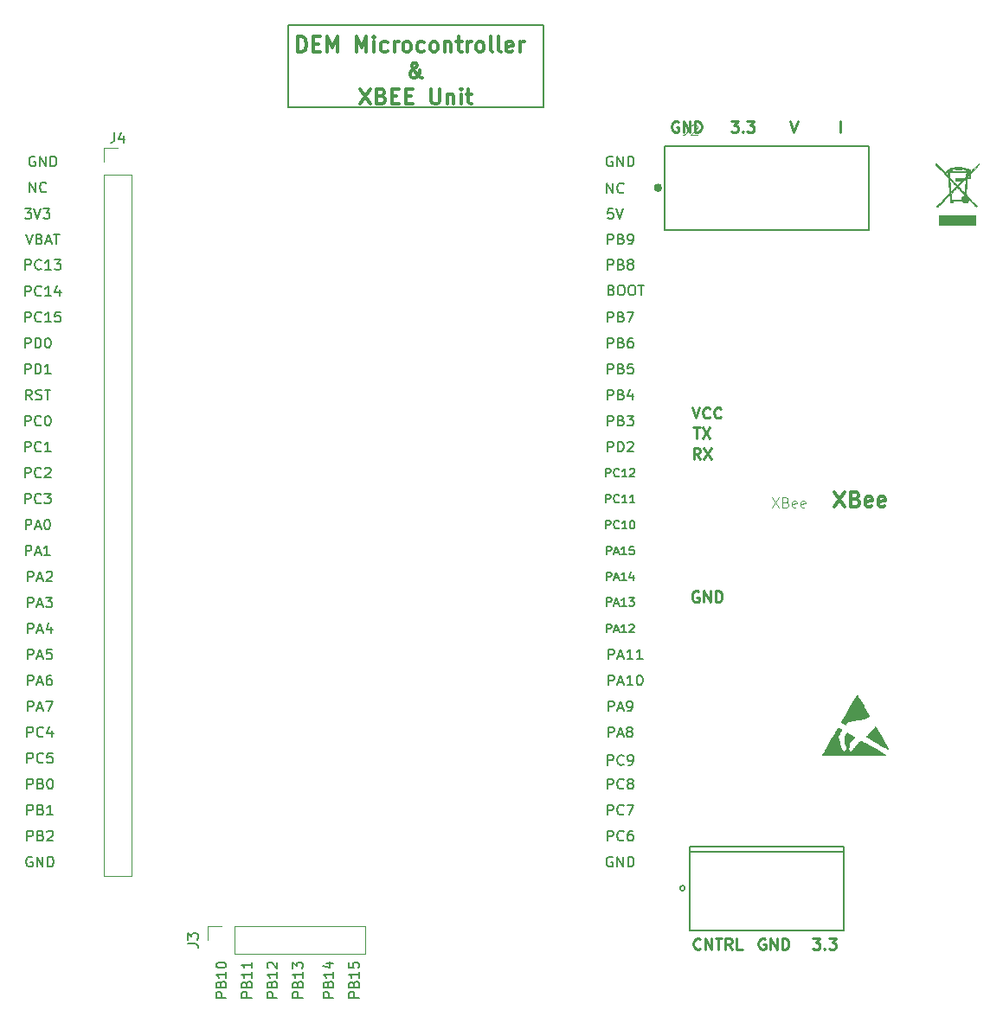
<source format=gbr>
%TF.GenerationSoftware,KiCad,Pcbnew,(5.0.1)-4*%
%TF.CreationDate,2019-03-02T18:56:36-06:00*%
%TF.ProjectId,uC and Xbee,754320616E6420586265652E6B696361,rev?*%
%TF.SameCoordinates,Original*%
%TF.FileFunction,Legend,Top*%
%TF.FilePolarity,Positive*%
%FSLAX46Y46*%
G04 Gerber Fmt 4.6, Leading zero omitted, Abs format (unit mm)*
G04 Created by KiCad (PCBNEW (5.0.1)-4) date 2019-03-02 6:56:36 PM*
%MOMM*%
%LPD*%
G01*
G04 APERTURE LIST*
%ADD10C,0.300000*%
%ADD11C,0.275000*%
%ADD12C,0.250000*%
%ADD13C,0.200000*%
%ADD14C,0.127000*%
%ADD15C,0.400000*%
%ADD16C,0.120000*%
%ADD17C,0.203200*%
%ADD18C,0.010000*%
%ADD19C,0.050000*%
%ADD20C,0.150000*%
G04 APERTURE END LIST*
D10*
X189464285Y-90678571D02*
X190464285Y-92178571D01*
X190464285Y-90678571D02*
X189464285Y-92178571D01*
X191535714Y-91392857D02*
X191750000Y-91464285D01*
X191821428Y-91535714D01*
X191892857Y-91678571D01*
X191892857Y-91892857D01*
X191821428Y-92035714D01*
X191750000Y-92107142D01*
X191607142Y-92178571D01*
X191035714Y-92178571D01*
X191035714Y-90678571D01*
X191535714Y-90678571D01*
X191678571Y-90750000D01*
X191750000Y-90821428D01*
X191821428Y-90964285D01*
X191821428Y-91107142D01*
X191750000Y-91250000D01*
X191678571Y-91321428D01*
X191535714Y-91392857D01*
X191035714Y-91392857D01*
X193107142Y-92107142D02*
X192964285Y-92178571D01*
X192678571Y-92178571D01*
X192535714Y-92107142D01*
X192464285Y-91964285D01*
X192464285Y-91392857D01*
X192535714Y-91250000D01*
X192678571Y-91178571D01*
X192964285Y-91178571D01*
X193107142Y-91250000D01*
X193178571Y-91392857D01*
X193178571Y-91535714D01*
X192464285Y-91678571D01*
X194392857Y-92107142D02*
X194250000Y-92178571D01*
X193964285Y-92178571D01*
X193821428Y-92107142D01*
X193750000Y-91964285D01*
X193750000Y-91392857D01*
X193821428Y-91250000D01*
X193964285Y-91178571D01*
X194250000Y-91178571D01*
X194392857Y-91250000D01*
X194464285Y-91392857D01*
X194464285Y-91535714D01*
X193750000Y-91678571D01*
D11*
X176161904Y-100450000D02*
X176057142Y-100397619D01*
X175900000Y-100397619D01*
X175742857Y-100450000D01*
X175638095Y-100554761D01*
X175585714Y-100659523D01*
X175533333Y-100869047D01*
X175533333Y-101026190D01*
X175585714Y-101235714D01*
X175638095Y-101340476D01*
X175742857Y-101445238D01*
X175900000Y-101497619D01*
X176004761Y-101497619D01*
X176161904Y-101445238D01*
X176214285Y-101392857D01*
X176214285Y-101026190D01*
X176004761Y-101026190D01*
X176685714Y-101497619D02*
X176685714Y-100397619D01*
X177314285Y-101497619D01*
X177314285Y-100397619D01*
X177838095Y-101497619D02*
X177838095Y-100397619D01*
X178100000Y-100397619D01*
X178257142Y-100450000D01*
X178361904Y-100554761D01*
X178414285Y-100659523D01*
X178466666Y-100869047D01*
X178466666Y-101026190D01*
X178414285Y-101235714D01*
X178361904Y-101340476D01*
X178257142Y-101445238D01*
X178100000Y-101497619D01*
X177838095Y-101497619D01*
D12*
X175533333Y-82452380D02*
X175900000Y-83452380D01*
X176266666Y-82452380D01*
X177261904Y-83357142D02*
X177209523Y-83404761D01*
X177052380Y-83452380D01*
X176947619Y-83452380D01*
X176790476Y-83404761D01*
X176685714Y-83309523D01*
X176633333Y-83214285D01*
X176580952Y-83023809D01*
X176580952Y-82880952D01*
X176633333Y-82690476D01*
X176685714Y-82595238D01*
X176790476Y-82500000D01*
X176947619Y-82452380D01*
X177052380Y-82452380D01*
X177209523Y-82500000D01*
X177261904Y-82547619D01*
X178361904Y-83357142D02*
X178309523Y-83404761D01*
X178152380Y-83452380D01*
X178047619Y-83452380D01*
X177890476Y-83404761D01*
X177785714Y-83309523D01*
X177733333Y-83214285D01*
X177680952Y-83023809D01*
X177680952Y-82880952D01*
X177733333Y-82690476D01*
X177785714Y-82595238D01*
X177890476Y-82500000D01*
X178047619Y-82452380D01*
X178152380Y-82452380D01*
X178309523Y-82500000D01*
X178361904Y-82547619D01*
D11*
X176316666Y-87497619D02*
X175950000Y-86973809D01*
X175688095Y-87497619D02*
X175688095Y-86397619D01*
X176107142Y-86397619D01*
X176211904Y-86450000D01*
X176264285Y-86502380D01*
X176316666Y-86607142D01*
X176316666Y-86764285D01*
X176264285Y-86869047D01*
X176211904Y-86921428D01*
X176107142Y-86973809D01*
X175688095Y-86973809D01*
X176683333Y-86397619D02*
X177416666Y-87497619D01*
X177416666Y-86397619D02*
X176683333Y-87497619D01*
X175661904Y-84397619D02*
X176290476Y-84397619D01*
X175976190Y-85497619D02*
X175976190Y-84397619D01*
X176552380Y-84397619D02*
X177285714Y-85497619D01*
X177285714Y-84397619D02*
X176552380Y-85497619D01*
D13*
X136000000Y-53000000D02*
X136000000Y-45000000D01*
X161000000Y-53000000D02*
X136000000Y-53000000D01*
X161000000Y-45000000D02*
X161000000Y-53000000D01*
X136000000Y-45000000D02*
X161000000Y-45000000D01*
D10*
X136964285Y-47628571D02*
X136964285Y-46128571D01*
X137321428Y-46128571D01*
X137535714Y-46200000D01*
X137678571Y-46342857D01*
X137750000Y-46485714D01*
X137821428Y-46771428D01*
X137821428Y-46985714D01*
X137750000Y-47271428D01*
X137678571Y-47414285D01*
X137535714Y-47557142D01*
X137321428Y-47628571D01*
X136964285Y-47628571D01*
X138464285Y-46842857D02*
X138964285Y-46842857D01*
X139178571Y-47628571D02*
X138464285Y-47628571D01*
X138464285Y-46128571D01*
X139178571Y-46128571D01*
X139821428Y-47628571D02*
X139821428Y-46128571D01*
X140321428Y-47200000D01*
X140821428Y-46128571D01*
X140821428Y-47628571D01*
X142678571Y-47628571D02*
X142678571Y-46128571D01*
X143178571Y-47200000D01*
X143678571Y-46128571D01*
X143678571Y-47628571D01*
X144392857Y-47628571D02*
X144392857Y-46628571D01*
X144392857Y-46128571D02*
X144321428Y-46200000D01*
X144392857Y-46271428D01*
X144464285Y-46200000D01*
X144392857Y-46128571D01*
X144392857Y-46271428D01*
X145750000Y-47557142D02*
X145607142Y-47628571D01*
X145321428Y-47628571D01*
X145178571Y-47557142D01*
X145107142Y-47485714D01*
X145035714Y-47342857D01*
X145035714Y-46914285D01*
X145107142Y-46771428D01*
X145178571Y-46700000D01*
X145321428Y-46628571D01*
X145607142Y-46628571D01*
X145750000Y-46700000D01*
X146392857Y-47628571D02*
X146392857Y-46628571D01*
X146392857Y-46914285D02*
X146464285Y-46771428D01*
X146535714Y-46700000D01*
X146678571Y-46628571D01*
X146821428Y-46628571D01*
X147535714Y-47628571D02*
X147392857Y-47557142D01*
X147321428Y-47485714D01*
X147250000Y-47342857D01*
X147250000Y-46914285D01*
X147321428Y-46771428D01*
X147392857Y-46700000D01*
X147535714Y-46628571D01*
X147750000Y-46628571D01*
X147892857Y-46700000D01*
X147964285Y-46771428D01*
X148035714Y-46914285D01*
X148035714Y-47342857D01*
X147964285Y-47485714D01*
X147892857Y-47557142D01*
X147750000Y-47628571D01*
X147535714Y-47628571D01*
X149321428Y-47557142D02*
X149178571Y-47628571D01*
X148892857Y-47628571D01*
X148750000Y-47557142D01*
X148678571Y-47485714D01*
X148607142Y-47342857D01*
X148607142Y-46914285D01*
X148678571Y-46771428D01*
X148750000Y-46700000D01*
X148892857Y-46628571D01*
X149178571Y-46628571D01*
X149321428Y-46700000D01*
X150178571Y-47628571D02*
X150035714Y-47557142D01*
X149964285Y-47485714D01*
X149892857Y-47342857D01*
X149892857Y-46914285D01*
X149964285Y-46771428D01*
X150035714Y-46700000D01*
X150178571Y-46628571D01*
X150392857Y-46628571D01*
X150535714Y-46700000D01*
X150607142Y-46771428D01*
X150678571Y-46914285D01*
X150678571Y-47342857D01*
X150607142Y-47485714D01*
X150535714Y-47557142D01*
X150392857Y-47628571D01*
X150178571Y-47628571D01*
X151321428Y-46628571D02*
X151321428Y-47628571D01*
X151321428Y-46771428D02*
X151392857Y-46700000D01*
X151535714Y-46628571D01*
X151750000Y-46628571D01*
X151892857Y-46700000D01*
X151964285Y-46842857D01*
X151964285Y-47628571D01*
X152464285Y-46628571D02*
X153035714Y-46628571D01*
X152678571Y-46128571D02*
X152678571Y-47414285D01*
X152750000Y-47557142D01*
X152892857Y-47628571D01*
X153035714Y-47628571D01*
X153535714Y-47628571D02*
X153535714Y-46628571D01*
X153535714Y-46914285D02*
X153607142Y-46771428D01*
X153678571Y-46700000D01*
X153821428Y-46628571D01*
X153964285Y-46628571D01*
X154678571Y-47628571D02*
X154535714Y-47557142D01*
X154464285Y-47485714D01*
X154392857Y-47342857D01*
X154392857Y-46914285D01*
X154464285Y-46771428D01*
X154535714Y-46700000D01*
X154678571Y-46628571D01*
X154892857Y-46628571D01*
X155035714Y-46700000D01*
X155107142Y-46771428D01*
X155178571Y-46914285D01*
X155178571Y-47342857D01*
X155107142Y-47485714D01*
X155035714Y-47557142D01*
X154892857Y-47628571D01*
X154678571Y-47628571D01*
X156035714Y-47628571D02*
X155892857Y-47557142D01*
X155821428Y-47414285D01*
X155821428Y-46128571D01*
X156821428Y-47628571D02*
X156678571Y-47557142D01*
X156607142Y-47414285D01*
X156607142Y-46128571D01*
X157964285Y-47557142D02*
X157821428Y-47628571D01*
X157535714Y-47628571D01*
X157392857Y-47557142D01*
X157321428Y-47414285D01*
X157321428Y-46842857D01*
X157392857Y-46700000D01*
X157535714Y-46628571D01*
X157821428Y-46628571D01*
X157964285Y-46700000D01*
X158035714Y-46842857D01*
X158035714Y-46985714D01*
X157321428Y-47128571D01*
X158678571Y-47628571D02*
X158678571Y-46628571D01*
X158678571Y-46914285D02*
X158750000Y-46771428D01*
X158821428Y-46700000D01*
X158964285Y-46628571D01*
X159107142Y-46628571D01*
X149142857Y-50178571D02*
X149071428Y-50178571D01*
X148928571Y-50107142D01*
X148714285Y-49892857D01*
X148357142Y-49464285D01*
X148214285Y-49250000D01*
X148142857Y-49035714D01*
X148142857Y-48892857D01*
X148214285Y-48750000D01*
X148357142Y-48678571D01*
X148428571Y-48678571D01*
X148571428Y-48750000D01*
X148642857Y-48892857D01*
X148642857Y-48964285D01*
X148571428Y-49107142D01*
X148500000Y-49178571D01*
X148071428Y-49464285D01*
X148000000Y-49535714D01*
X147928571Y-49678571D01*
X147928571Y-49892857D01*
X148000000Y-50035714D01*
X148071428Y-50107142D01*
X148214285Y-50178571D01*
X148428571Y-50178571D01*
X148571428Y-50107142D01*
X148642857Y-50035714D01*
X148857142Y-49750000D01*
X148928571Y-49535714D01*
X148928571Y-49392857D01*
X143071428Y-51228571D02*
X144071428Y-52728571D01*
X144071428Y-51228571D02*
X143071428Y-52728571D01*
X145142857Y-51942857D02*
X145357142Y-52014285D01*
X145428571Y-52085714D01*
X145500000Y-52228571D01*
X145500000Y-52442857D01*
X145428571Y-52585714D01*
X145357142Y-52657142D01*
X145214285Y-52728571D01*
X144642857Y-52728571D01*
X144642857Y-51228571D01*
X145142857Y-51228571D01*
X145285714Y-51300000D01*
X145357142Y-51371428D01*
X145428571Y-51514285D01*
X145428571Y-51657142D01*
X145357142Y-51800000D01*
X145285714Y-51871428D01*
X145142857Y-51942857D01*
X144642857Y-51942857D01*
X146142857Y-51942857D02*
X146642857Y-51942857D01*
X146857142Y-52728571D02*
X146142857Y-52728571D01*
X146142857Y-51228571D01*
X146857142Y-51228571D01*
X147500000Y-51942857D02*
X148000000Y-51942857D01*
X148214285Y-52728571D02*
X147500000Y-52728571D01*
X147500000Y-51228571D01*
X148214285Y-51228571D01*
X150000000Y-51228571D02*
X150000000Y-52442857D01*
X150071428Y-52585714D01*
X150142857Y-52657142D01*
X150285714Y-52728571D01*
X150571428Y-52728571D01*
X150714285Y-52657142D01*
X150785714Y-52585714D01*
X150857142Y-52442857D01*
X150857142Y-51228571D01*
X151571428Y-51728571D02*
X151571428Y-52728571D01*
X151571428Y-51871428D02*
X151642857Y-51800000D01*
X151785714Y-51728571D01*
X152000000Y-51728571D01*
X152142857Y-51800000D01*
X152214285Y-51942857D01*
X152214285Y-52728571D01*
X152928571Y-52728571D02*
X152928571Y-51728571D01*
X152928571Y-51228571D02*
X152857142Y-51300000D01*
X152928571Y-51371428D01*
X153000000Y-51300000D01*
X152928571Y-51228571D01*
X152928571Y-51371428D01*
X153428571Y-51728571D02*
X154000000Y-51728571D01*
X153642857Y-51228571D02*
X153642857Y-52514285D01*
X153714285Y-52657142D01*
X153857142Y-52728571D01*
X154000000Y-52728571D01*
D13*
X167357142Y-107092380D02*
X167357142Y-106092380D01*
X167738095Y-106092380D01*
X167833333Y-106140000D01*
X167880952Y-106187619D01*
X167928571Y-106282857D01*
X167928571Y-106425714D01*
X167880952Y-106520952D01*
X167833333Y-106568571D01*
X167738095Y-106616190D01*
X167357142Y-106616190D01*
X168309523Y-106806666D02*
X168785714Y-106806666D01*
X168214285Y-107092380D02*
X168547619Y-106092380D01*
X168880952Y-107092380D01*
X169738095Y-107092380D02*
X169166666Y-107092380D01*
X169452380Y-107092380D02*
X169452380Y-106092380D01*
X169357142Y-106235238D01*
X169261904Y-106330476D01*
X169166666Y-106378095D01*
X170690476Y-107092380D02*
X170119047Y-107092380D01*
X170404761Y-107092380D02*
X170404761Y-106092380D01*
X170309523Y-106235238D01*
X170214285Y-106330476D01*
X170119047Y-106378095D01*
X142952380Y-140214285D02*
X141952380Y-140214285D01*
X141952380Y-139833333D01*
X142000000Y-139738095D01*
X142047619Y-139690476D01*
X142142857Y-139642857D01*
X142285714Y-139642857D01*
X142380952Y-139690476D01*
X142428571Y-139738095D01*
X142476190Y-139833333D01*
X142476190Y-140214285D01*
X142428571Y-138880952D02*
X142476190Y-138738095D01*
X142523809Y-138690476D01*
X142619047Y-138642857D01*
X142761904Y-138642857D01*
X142857142Y-138690476D01*
X142904761Y-138738095D01*
X142952380Y-138833333D01*
X142952380Y-139214285D01*
X141952380Y-139214285D01*
X141952380Y-138880952D01*
X142000000Y-138785714D01*
X142047619Y-138738095D01*
X142142857Y-138690476D01*
X142238095Y-138690476D01*
X142333333Y-138738095D01*
X142380952Y-138785714D01*
X142428571Y-138880952D01*
X142428571Y-139214285D01*
X142952380Y-137690476D02*
X142952380Y-138261904D01*
X142952380Y-137976190D02*
X141952380Y-137976190D01*
X142095238Y-138071428D01*
X142190476Y-138166666D01*
X142238095Y-138261904D01*
X141952380Y-136785714D02*
X141952380Y-137261904D01*
X142428571Y-137309523D01*
X142380952Y-137261904D01*
X142333333Y-137166666D01*
X142333333Y-136928571D01*
X142380952Y-136833333D01*
X142428571Y-136785714D01*
X142523809Y-136738095D01*
X142761904Y-136738095D01*
X142857142Y-136785714D01*
X142904761Y-136833333D01*
X142952380Y-136928571D01*
X142952380Y-137166666D01*
X142904761Y-137261904D01*
X142857142Y-137309523D01*
X129952380Y-140214285D02*
X128952380Y-140214285D01*
X128952380Y-139833333D01*
X129000000Y-139738095D01*
X129047619Y-139690476D01*
X129142857Y-139642857D01*
X129285714Y-139642857D01*
X129380952Y-139690476D01*
X129428571Y-139738095D01*
X129476190Y-139833333D01*
X129476190Y-140214285D01*
X129428571Y-138880952D02*
X129476190Y-138738095D01*
X129523809Y-138690476D01*
X129619047Y-138642857D01*
X129761904Y-138642857D01*
X129857142Y-138690476D01*
X129904761Y-138738095D01*
X129952380Y-138833333D01*
X129952380Y-139214285D01*
X128952380Y-139214285D01*
X128952380Y-138880952D01*
X129000000Y-138785714D01*
X129047619Y-138738095D01*
X129142857Y-138690476D01*
X129238095Y-138690476D01*
X129333333Y-138738095D01*
X129380952Y-138785714D01*
X129428571Y-138880952D01*
X129428571Y-139214285D01*
X129952380Y-137690476D02*
X129952380Y-138261904D01*
X129952380Y-137976190D02*
X128952380Y-137976190D01*
X129095238Y-138071428D01*
X129190476Y-138166666D01*
X129238095Y-138261904D01*
X128952380Y-137071428D02*
X128952380Y-136976190D01*
X129000000Y-136880952D01*
X129047619Y-136833333D01*
X129142857Y-136785714D01*
X129333333Y-136738095D01*
X129571428Y-136738095D01*
X129761904Y-136785714D01*
X129857142Y-136833333D01*
X129904761Y-136880952D01*
X129952380Y-136976190D01*
X129952380Y-137071428D01*
X129904761Y-137166666D01*
X129857142Y-137214285D01*
X129761904Y-137261904D01*
X129571428Y-137309523D01*
X129333333Y-137309523D01*
X129142857Y-137261904D01*
X129047619Y-137214285D01*
X129000000Y-137166666D01*
X128952380Y-137071428D01*
X132452380Y-140214285D02*
X131452380Y-140214285D01*
X131452380Y-139833333D01*
X131500000Y-139738095D01*
X131547619Y-139690476D01*
X131642857Y-139642857D01*
X131785714Y-139642857D01*
X131880952Y-139690476D01*
X131928571Y-139738095D01*
X131976190Y-139833333D01*
X131976190Y-140214285D01*
X131928571Y-138880952D02*
X131976190Y-138738095D01*
X132023809Y-138690476D01*
X132119047Y-138642857D01*
X132261904Y-138642857D01*
X132357142Y-138690476D01*
X132404761Y-138738095D01*
X132452380Y-138833333D01*
X132452380Y-139214285D01*
X131452380Y-139214285D01*
X131452380Y-138880952D01*
X131500000Y-138785714D01*
X131547619Y-138738095D01*
X131642857Y-138690476D01*
X131738095Y-138690476D01*
X131833333Y-138738095D01*
X131880952Y-138785714D01*
X131928571Y-138880952D01*
X131928571Y-139214285D01*
X132452380Y-137690476D02*
X132452380Y-138261904D01*
X132452380Y-137976190D02*
X131452380Y-137976190D01*
X131595238Y-138071428D01*
X131690476Y-138166666D01*
X131738095Y-138261904D01*
X132452380Y-136738095D02*
X132452380Y-137309523D01*
X132452380Y-137023809D02*
X131452380Y-137023809D01*
X131595238Y-137119047D01*
X131690476Y-137214285D01*
X131738095Y-137309523D01*
X140452380Y-140214285D02*
X139452380Y-140214285D01*
X139452380Y-139833333D01*
X139500000Y-139738095D01*
X139547619Y-139690476D01*
X139642857Y-139642857D01*
X139785714Y-139642857D01*
X139880952Y-139690476D01*
X139928571Y-139738095D01*
X139976190Y-139833333D01*
X139976190Y-140214285D01*
X139928571Y-138880952D02*
X139976190Y-138738095D01*
X140023809Y-138690476D01*
X140119047Y-138642857D01*
X140261904Y-138642857D01*
X140357142Y-138690476D01*
X140404761Y-138738095D01*
X140452380Y-138833333D01*
X140452380Y-139214285D01*
X139452380Y-139214285D01*
X139452380Y-138880952D01*
X139500000Y-138785714D01*
X139547619Y-138738095D01*
X139642857Y-138690476D01*
X139738095Y-138690476D01*
X139833333Y-138738095D01*
X139880952Y-138785714D01*
X139928571Y-138880952D01*
X139928571Y-139214285D01*
X140452380Y-137690476D02*
X140452380Y-138261904D01*
X140452380Y-137976190D02*
X139452380Y-137976190D01*
X139595238Y-138071428D01*
X139690476Y-138166666D01*
X139738095Y-138261904D01*
X139785714Y-136833333D02*
X140452380Y-136833333D01*
X139404761Y-137071428D02*
X140119047Y-137309523D01*
X140119047Y-136690476D01*
X134952380Y-140214285D02*
X133952380Y-140214285D01*
X133952380Y-139833333D01*
X134000000Y-139738095D01*
X134047619Y-139690476D01*
X134142857Y-139642857D01*
X134285714Y-139642857D01*
X134380952Y-139690476D01*
X134428571Y-139738095D01*
X134476190Y-139833333D01*
X134476190Y-140214285D01*
X134428571Y-138880952D02*
X134476190Y-138738095D01*
X134523809Y-138690476D01*
X134619047Y-138642857D01*
X134761904Y-138642857D01*
X134857142Y-138690476D01*
X134904761Y-138738095D01*
X134952380Y-138833333D01*
X134952380Y-139214285D01*
X133952380Y-139214285D01*
X133952380Y-138880952D01*
X134000000Y-138785714D01*
X134047619Y-138738095D01*
X134142857Y-138690476D01*
X134238095Y-138690476D01*
X134333333Y-138738095D01*
X134380952Y-138785714D01*
X134428571Y-138880952D01*
X134428571Y-139214285D01*
X134952380Y-137690476D02*
X134952380Y-138261904D01*
X134952380Y-137976190D02*
X133952380Y-137976190D01*
X134095238Y-138071428D01*
X134190476Y-138166666D01*
X134238095Y-138261904D01*
X134047619Y-137309523D02*
X134000000Y-137261904D01*
X133952380Y-137166666D01*
X133952380Y-136928571D01*
X134000000Y-136833333D01*
X134047619Y-136785714D01*
X134142857Y-136738095D01*
X134238095Y-136738095D01*
X134380952Y-136785714D01*
X134952380Y-137357142D01*
X134952380Y-136738095D01*
X137452380Y-140214285D02*
X136452380Y-140214285D01*
X136452380Y-139833333D01*
X136500000Y-139738095D01*
X136547619Y-139690476D01*
X136642857Y-139642857D01*
X136785714Y-139642857D01*
X136880952Y-139690476D01*
X136928571Y-139738095D01*
X136976190Y-139833333D01*
X136976190Y-140214285D01*
X136928571Y-138880952D02*
X136976190Y-138738095D01*
X137023809Y-138690476D01*
X137119047Y-138642857D01*
X137261904Y-138642857D01*
X137357142Y-138690476D01*
X137404761Y-138738095D01*
X137452380Y-138833333D01*
X137452380Y-139214285D01*
X136452380Y-139214285D01*
X136452380Y-138880952D01*
X136500000Y-138785714D01*
X136547619Y-138738095D01*
X136642857Y-138690476D01*
X136738095Y-138690476D01*
X136833333Y-138738095D01*
X136880952Y-138785714D01*
X136928571Y-138880952D01*
X136928571Y-139214285D01*
X137452380Y-137690476D02*
X137452380Y-138261904D01*
X137452380Y-137976190D02*
X136452380Y-137976190D01*
X136595238Y-138071428D01*
X136690476Y-138166666D01*
X136738095Y-138261904D01*
X136452380Y-137357142D02*
X136452380Y-136738095D01*
X136833333Y-137071428D01*
X136833333Y-136928571D01*
X136880952Y-136833333D01*
X136928571Y-136785714D01*
X137023809Y-136738095D01*
X137261904Y-136738095D01*
X137357142Y-136785714D01*
X137404761Y-136833333D01*
X137452380Y-136928571D01*
X137452380Y-137214285D01*
X137404761Y-137309523D01*
X137357142Y-137357142D01*
X110958095Y-126460000D02*
X110862857Y-126412380D01*
X110720000Y-126412380D01*
X110577142Y-126460000D01*
X110481904Y-126555238D01*
X110434285Y-126650476D01*
X110386666Y-126840952D01*
X110386666Y-126983809D01*
X110434285Y-127174285D01*
X110481904Y-127269523D01*
X110577142Y-127364761D01*
X110720000Y-127412380D01*
X110815238Y-127412380D01*
X110958095Y-127364761D01*
X111005714Y-127317142D01*
X111005714Y-126983809D01*
X110815238Y-126983809D01*
X111434285Y-127412380D02*
X111434285Y-126412380D01*
X112005714Y-127412380D01*
X112005714Y-126412380D01*
X112481904Y-127412380D02*
X112481904Y-126412380D01*
X112720000Y-126412380D01*
X112862857Y-126460000D01*
X112958095Y-126555238D01*
X113005714Y-126650476D01*
X113053333Y-126840952D01*
X113053333Y-126983809D01*
X113005714Y-127174285D01*
X112958095Y-127269523D01*
X112862857Y-127364761D01*
X112720000Y-127412380D01*
X112481904Y-127412380D01*
X110553333Y-102012380D02*
X110553333Y-101012380D01*
X110934285Y-101012380D01*
X111029523Y-101060000D01*
X111077142Y-101107619D01*
X111124761Y-101202857D01*
X111124761Y-101345714D01*
X111077142Y-101440952D01*
X111029523Y-101488571D01*
X110934285Y-101536190D01*
X110553333Y-101536190D01*
X111505714Y-101726666D02*
X111981904Y-101726666D01*
X111410476Y-102012380D02*
X111743809Y-101012380D01*
X112077142Y-102012380D01*
X112315238Y-101012380D02*
X112934285Y-101012380D01*
X112600952Y-101393333D01*
X112743809Y-101393333D01*
X112839047Y-101440952D01*
X112886666Y-101488571D01*
X112934285Y-101583809D01*
X112934285Y-101821904D01*
X112886666Y-101917142D01*
X112839047Y-101964761D01*
X112743809Y-102012380D01*
X112458095Y-102012380D01*
X112362857Y-101964761D01*
X112315238Y-101917142D01*
X110261904Y-91852380D02*
X110261904Y-90852380D01*
X110642857Y-90852380D01*
X110738095Y-90900000D01*
X110785714Y-90947619D01*
X110833333Y-91042857D01*
X110833333Y-91185714D01*
X110785714Y-91280952D01*
X110738095Y-91328571D01*
X110642857Y-91376190D01*
X110261904Y-91376190D01*
X111833333Y-91757142D02*
X111785714Y-91804761D01*
X111642857Y-91852380D01*
X111547619Y-91852380D01*
X111404761Y-91804761D01*
X111309523Y-91709523D01*
X111261904Y-91614285D01*
X111214285Y-91423809D01*
X111214285Y-91280952D01*
X111261904Y-91090476D01*
X111309523Y-90995238D01*
X111404761Y-90900000D01*
X111547619Y-90852380D01*
X111642857Y-90852380D01*
X111785714Y-90900000D01*
X111833333Y-90947619D01*
X112166666Y-90852380D02*
X112785714Y-90852380D01*
X112452380Y-91233333D01*
X112595238Y-91233333D01*
X112690476Y-91280952D01*
X112738095Y-91328571D01*
X112785714Y-91423809D01*
X112785714Y-91661904D01*
X112738095Y-91757142D01*
X112690476Y-91804761D01*
X112595238Y-91852380D01*
X112309523Y-91852380D01*
X112214285Y-91804761D01*
X112166666Y-91757142D01*
X110481904Y-117252380D02*
X110481904Y-116252380D01*
X110862857Y-116252380D01*
X110958095Y-116300000D01*
X111005714Y-116347619D01*
X111053333Y-116442857D01*
X111053333Y-116585714D01*
X111005714Y-116680952D01*
X110958095Y-116728571D01*
X110862857Y-116776190D01*
X110481904Y-116776190D01*
X112053333Y-117157142D02*
X112005714Y-117204761D01*
X111862857Y-117252380D01*
X111767619Y-117252380D01*
X111624761Y-117204761D01*
X111529523Y-117109523D01*
X111481904Y-117014285D01*
X111434285Y-116823809D01*
X111434285Y-116680952D01*
X111481904Y-116490476D01*
X111529523Y-116395238D01*
X111624761Y-116300000D01*
X111767619Y-116252380D01*
X111862857Y-116252380D01*
X112005714Y-116300000D01*
X112053333Y-116347619D01*
X112958095Y-116252380D02*
X112481904Y-116252380D01*
X112434285Y-116728571D01*
X112481904Y-116680952D01*
X112577142Y-116633333D01*
X112815238Y-116633333D01*
X112910476Y-116680952D01*
X112958095Y-116728571D01*
X113005714Y-116823809D01*
X113005714Y-117061904D01*
X112958095Y-117157142D01*
X112910476Y-117204761D01*
X112815238Y-117252380D01*
X112577142Y-117252380D01*
X112481904Y-117204761D01*
X112434285Y-117157142D01*
X110481904Y-119792380D02*
X110481904Y-118792380D01*
X110862857Y-118792380D01*
X110958095Y-118840000D01*
X111005714Y-118887619D01*
X111053333Y-118982857D01*
X111053333Y-119125714D01*
X111005714Y-119220952D01*
X110958095Y-119268571D01*
X110862857Y-119316190D01*
X110481904Y-119316190D01*
X111815238Y-119268571D02*
X111958095Y-119316190D01*
X112005714Y-119363809D01*
X112053333Y-119459047D01*
X112053333Y-119601904D01*
X112005714Y-119697142D01*
X111958095Y-119744761D01*
X111862857Y-119792380D01*
X111481904Y-119792380D01*
X111481904Y-118792380D01*
X111815238Y-118792380D01*
X111910476Y-118840000D01*
X111958095Y-118887619D01*
X112005714Y-118982857D01*
X112005714Y-119078095D01*
X111958095Y-119173333D01*
X111910476Y-119220952D01*
X111815238Y-119268571D01*
X111481904Y-119268571D01*
X112672380Y-118792380D02*
X112767619Y-118792380D01*
X112862857Y-118840000D01*
X112910476Y-118887619D01*
X112958095Y-118982857D01*
X113005714Y-119173333D01*
X113005714Y-119411428D01*
X112958095Y-119601904D01*
X112910476Y-119697142D01*
X112862857Y-119744761D01*
X112767619Y-119792380D01*
X112672380Y-119792380D01*
X112577142Y-119744761D01*
X112529523Y-119697142D01*
X112481904Y-119601904D01*
X112434285Y-119411428D01*
X112434285Y-119173333D01*
X112481904Y-118982857D01*
X112529523Y-118887619D01*
X112577142Y-118840000D01*
X112672380Y-118792380D01*
X110553333Y-107092380D02*
X110553333Y-106092380D01*
X110934285Y-106092380D01*
X111029523Y-106140000D01*
X111077142Y-106187619D01*
X111124761Y-106282857D01*
X111124761Y-106425714D01*
X111077142Y-106520952D01*
X111029523Y-106568571D01*
X110934285Y-106616190D01*
X110553333Y-106616190D01*
X111505714Y-106806666D02*
X111981904Y-106806666D01*
X111410476Y-107092380D02*
X111743809Y-106092380D01*
X112077142Y-107092380D01*
X112886666Y-106092380D02*
X112410476Y-106092380D01*
X112362857Y-106568571D01*
X112410476Y-106520952D01*
X112505714Y-106473333D01*
X112743809Y-106473333D01*
X112839047Y-106520952D01*
X112886666Y-106568571D01*
X112934285Y-106663809D01*
X112934285Y-106901904D01*
X112886666Y-106997142D01*
X112839047Y-107044761D01*
X112743809Y-107092380D01*
X112505714Y-107092380D01*
X112410476Y-107044761D01*
X112362857Y-106997142D01*
X110481904Y-124872380D02*
X110481904Y-123872380D01*
X110862857Y-123872380D01*
X110958095Y-123920000D01*
X111005714Y-123967619D01*
X111053333Y-124062857D01*
X111053333Y-124205714D01*
X111005714Y-124300952D01*
X110958095Y-124348571D01*
X110862857Y-124396190D01*
X110481904Y-124396190D01*
X111815238Y-124348571D02*
X111958095Y-124396190D01*
X112005714Y-124443809D01*
X112053333Y-124539047D01*
X112053333Y-124681904D01*
X112005714Y-124777142D01*
X111958095Y-124824761D01*
X111862857Y-124872380D01*
X111481904Y-124872380D01*
X111481904Y-123872380D01*
X111815238Y-123872380D01*
X111910476Y-123920000D01*
X111958095Y-123967619D01*
X112005714Y-124062857D01*
X112005714Y-124158095D01*
X111958095Y-124253333D01*
X111910476Y-124300952D01*
X111815238Y-124348571D01*
X111481904Y-124348571D01*
X112434285Y-123967619D02*
X112481904Y-123920000D01*
X112577142Y-123872380D01*
X112815238Y-123872380D01*
X112910476Y-123920000D01*
X112958095Y-123967619D01*
X113005714Y-124062857D01*
X113005714Y-124158095D01*
X112958095Y-124300952D01*
X112386666Y-124872380D01*
X113005714Y-124872380D01*
X110553333Y-112172380D02*
X110553333Y-111172380D01*
X110934285Y-111172380D01*
X111029523Y-111220000D01*
X111077142Y-111267619D01*
X111124761Y-111362857D01*
X111124761Y-111505714D01*
X111077142Y-111600952D01*
X111029523Y-111648571D01*
X110934285Y-111696190D01*
X110553333Y-111696190D01*
X111505714Y-111886666D02*
X111981904Y-111886666D01*
X111410476Y-112172380D02*
X111743809Y-111172380D01*
X112077142Y-112172380D01*
X112315238Y-111172380D02*
X112981904Y-111172380D01*
X112553333Y-112172380D01*
X110553333Y-109632380D02*
X110553333Y-108632380D01*
X110934285Y-108632380D01*
X111029523Y-108680000D01*
X111077142Y-108727619D01*
X111124761Y-108822857D01*
X111124761Y-108965714D01*
X111077142Y-109060952D01*
X111029523Y-109108571D01*
X110934285Y-109156190D01*
X110553333Y-109156190D01*
X111505714Y-109346666D02*
X111981904Y-109346666D01*
X111410476Y-109632380D02*
X111743809Y-108632380D01*
X112077142Y-109632380D01*
X112839047Y-108632380D02*
X112648571Y-108632380D01*
X112553333Y-108680000D01*
X112505714Y-108727619D01*
X112410476Y-108870476D01*
X112362857Y-109060952D01*
X112362857Y-109441904D01*
X112410476Y-109537142D01*
X112458095Y-109584761D01*
X112553333Y-109632380D01*
X112743809Y-109632380D01*
X112839047Y-109584761D01*
X112886666Y-109537142D01*
X112934285Y-109441904D01*
X112934285Y-109203809D01*
X112886666Y-109108571D01*
X112839047Y-109060952D01*
X112743809Y-109013333D01*
X112553333Y-109013333D01*
X112458095Y-109060952D01*
X112410476Y-109108571D01*
X112362857Y-109203809D01*
X110553333Y-104552380D02*
X110553333Y-103552380D01*
X110934285Y-103552380D01*
X111029523Y-103600000D01*
X111077142Y-103647619D01*
X111124761Y-103742857D01*
X111124761Y-103885714D01*
X111077142Y-103980952D01*
X111029523Y-104028571D01*
X110934285Y-104076190D01*
X110553333Y-104076190D01*
X111505714Y-104266666D02*
X111981904Y-104266666D01*
X111410476Y-104552380D02*
X111743809Y-103552380D01*
X112077142Y-104552380D01*
X112839047Y-103885714D02*
X112839047Y-104552380D01*
X112600952Y-103504761D02*
X112362857Y-104219047D01*
X112981904Y-104219047D01*
X110553333Y-99472380D02*
X110553333Y-98472380D01*
X110934285Y-98472380D01*
X111029523Y-98520000D01*
X111077142Y-98567619D01*
X111124761Y-98662857D01*
X111124761Y-98805714D01*
X111077142Y-98900952D01*
X111029523Y-98948571D01*
X110934285Y-98996190D01*
X110553333Y-98996190D01*
X111505714Y-99186666D02*
X111981904Y-99186666D01*
X111410476Y-99472380D02*
X111743809Y-98472380D01*
X112077142Y-99472380D01*
X112362857Y-98567619D02*
X112410476Y-98520000D01*
X112505714Y-98472380D01*
X112743809Y-98472380D01*
X112839047Y-98520000D01*
X112886666Y-98567619D01*
X112934285Y-98662857D01*
X112934285Y-98758095D01*
X112886666Y-98900952D01*
X112315238Y-99472380D01*
X112934285Y-99472380D01*
X110261904Y-79152380D02*
X110261904Y-78152380D01*
X110642857Y-78152380D01*
X110738095Y-78200000D01*
X110785714Y-78247619D01*
X110833333Y-78342857D01*
X110833333Y-78485714D01*
X110785714Y-78580952D01*
X110738095Y-78628571D01*
X110642857Y-78676190D01*
X110261904Y-78676190D01*
X111261904Y-79152380D02*
X111261904Y-78152380D01*
X111500000Y-78152380D01*
X111642857Y-78200000D01*
X111738095Y-78295238D01*
X111785714Y-78390476D01*
X111833333Y-78580952D01*
X111833333Y-78723809D01*
X111785714Y-78914285D01*
X111738095Y-79009523D01*
X111642857Y-79104761D01*
X111500000Y-79152380D01*
X111261904Y-79152380D01*
X112785714Y-79152380D02*
X112214285Y-79152380D01*
X112500000Y-79152380D02*
X112500000Y-78152380D01*
X112404761Y-78295238D01*
X112309523Y-78390476D01*
X112214285Y-78438095D01*
X110481904Y-114712380D02*
X110481904Y-113712380D01*
X110862857Y-113712380D01*
X110958095Y-113760000D01*
X111005714Y-113807619D01*
X111053333Y-113902857D01*
X111053333Y-114045714D01*
X111005714Y-114140952D01*
X110958095Y-114188571D01*
X110862857Y-114236190D01*
X110481904Y-114236190D01*
X112053333Y-114617142D02*
X112005714Y-114664761D01*
X111862857Y-114712380D01*
X111767619Y-114712380D01*
X111624761Y-114664761D01*
X111529523Y-114569523D01*
X111481904Y-114474285D01*
X111434285Y-114283809D01*
X111434285Y-114140952D01*
X111481904Y-113950476D01*
X111529523Y-113855238D01*
X111624761Y-113760000D01*
X111767619Y-113712380D01*
X111862857Y-113712380D01*
X112005714Y-113760000D01*
X112053333Y-113807619D01*
X112910476Y-114045714D02*
X112910476Y-114712380D01*
X112672380Y-113664761D02*
X112434285Y-114379047D01*
X113053333Y-114379047D01*
X110261904Y-86772380D02*
X110261904Y-85772380D01*
X110642857Y-85772380D01*
X110738095Y-85820000D01*
X110785714Y-85867619D01*
X110833333Y-85962857D01*
X110833333Y-86105714D01*
X110785714Y-86200952D01*
X110738095Y-86248571D01*
X110642857Y-86296190D01*
X110261904Y-86296190D01*
X111833333Y-86677142D02*
X111785714Y-86724761D01*
X111642857Y-86772380D01*
X111547619Y-86772380D01*
X111404761Y-86724761D01*
X111309523Y-86629523D01*
X111261904Y-86534285D01*
X111214285Y-86343809D01*
X111214285Y-86200952D01*
X111261904Y-86010476D01*
X111309523Y-85915238D01*
X111404761Y-85820000D01*
X111547619Y-85772380D01*
X111642857Y-85772380D01*
X111785714Y-85820000D01*
X111833333Y-85867619D01*
X112785714Y-86772380D02*
X112214285Y-86772380D01*
X112500000Y-86772380D02*
X112500000Y-85772380D01*
X112404761Y-85915238D01*
X112309523Y-86010476D01*
X112214285Y-86058095D01*
X110481904Y-122332380D02*
X110481904Y-121332380D01*
X110862857Y-121332380D01*
X110958095Y-121380000D01*
X111005714Y-121427619D01*
X111053333Y-121522857D01*
X111053333Y-121665714D01*
X111005714Y-121760952D01*
X110958095Y-121808571D01*
X110862857Y-121856190D01*
X110481904Y-121856190D01*
X111815238Y-121808571D02*
X111958095Y-121856190D01*
X112005714Y-121903809D01*
X112053333Y-121999047D01*
X112053333Y-122141904D01*
X112005714Y-122237142D01*
X111958095Y-122284761D01*
X111862857Y-122332380D01*
X111481904Y-122332380D01*
X111481904Y-121332380D01*
X111815238Y-121332380D01*
X111910476Y-121380000D01*
X111958095Y-121427619D01*
X112005714Y-121522857D01*
X112005714Y-121618095D01*
X111958095Y-121713333D01*
X111910476Y-121760952D01*
X111815238Y-121808571D01*
X111481904Y-121808571D01*
X113005714Y-122332380D02*
X112434285Y-122332380D01*
X112720000Y-122332380D02*
X112720000Y-121332380D01*
X112624761Y-121475238D01*
X112529523Y-121570476D01*
X112434285Y-121618095D01*
X110261904Y-84232380D02*
X110261904Y-83232380D01*
X110642857Y-83232380D01*
X110738095Y-83280000D01*
X110785714Y-83327619D01*
X110833333Y-83422857D01*
X110833333Y-83565714D01*
X110785714Y-83660952D01*
X110738095Y-83708571D01*
X110642857Y-83756190D01*
X110261904Y-83756190D01*
X111833333Y-84137142D02*
X111785714Y-84184761D01*
X111642857Y-84232380D01*
X111547619Y-84232380D01*
X111404761Y-84184761D01*
X111309523Y-84089523D01*
X111261904Y-83994285D01*
X111214285Y-83803809D01*
X111214285Y-83660952D01*
X111261904Y-83470476D01*
X111309523Y-83375238D01*
X111404761Y-83280000D01*
X111547619Y-83232380D01*
X111642857Y-83232380D01*
X111785714Y-83280000D01*
X111833333Y-83327619D01*
X112452380Y-83232380D02*
X112547619Y-83232380D01*
X112642857Y-83280000D01*
X112690476Y-83327619D01*
X112738095Y-83422857D01*
X112785714Y-83613333D01*
X112785714Y-83851428D01*
X112738095Y-84041904D01*
X112690476Y-84137142D01*
X112642857Y-84184761D01*
X112547619Y-84232380D01*
X112452380Y-84232380D01*
X112357142Y-84184761D01*
X112309523Y-84137142D01*
X112261904Y-84041904D01*
X112214285Y-83851428D01*
X112214285Y-83613333D01*
X112261904Y-83422857D01*
X112309523Y-83327619D01*
X112357142Y-83280000D01*
X112452380Y-83232380D01*
X110333333Y-94392380D02*
X110333333Y-93392380D01*
X110714285Y-93392380D01*
X110809523Y-93440000D01*
X110857142Y-93487619D01*
X110904761Y-93582857D01*
X110904761Y-93725714D01*
X110857142Y-93820952D01*
X110809523Y-93868571D01*
X110714285Y-93916190D01*
X110333333Y-93916190D01*
X111285714Y-94106666D02*
X111761904Y-94106666D01*
X111190476Y-94392380D02*
X111523809Y-93392380D01*
X111857142Y-94392380D01*
X112380952Y-93392380D02*
X112476190Y-93392380D01*
X112571428Y-93440000D01*
X112619047Y-93487619D01*
X112666666Y-93582857D01*
X112714285Y-93773333D01*
X112714285Y-94011428D01*
X112666666Y-94201904D01*
X112619047Y-94297142D01*
X112571428Y-94344761D01*
X112476190Y-94392380D01*
X112380952Y-94392380D01*
X112285714Y-94344761D01*
X112238095Y-94297142D01*
X112190476Y-94201904D01*
X112142857Y-94011428D01*
X112142857Y-93773333D01*
X112190476Y-93582857D01*
X112238095Y-93487619D01*
X112285714Y-93440000D01*
X112380952Y-93392380D01*
X110952380Y-81692380D02*
X110619047Y-81216190D01*
X110380952Y-81692380D02*
X110380952Y-80692380D01*
X110761904Y-80692380D01*
X110857142Y-80740000D01*
X110904761Y-80787619D01*
X110952380Y-80882857D01*
X110952380Y-81025714D01*
X110904761Y-81120952D01*
X110857142Y-81168571D01*
X110761904Y-81216190D01*
X110380952Y-81216190D01*
X111333333Y-81644761D02*
X111476190Y-81692380D01*
X111714285Y-81692380D01*
X111809523Y-81644761D01*
X111857142Y-81597142D01*
X111904761Y-81501904D01*
X111904761Y-81406666D01*
X111857142Y-81311428D01*
X111809523Y-81263809D01*
X111714285Y-81216190D01*
X111523809Y-81168571D01*
X111428571Y-81120952D01*
X111380952Y-81073333D01*
X111333333Y-80978095D01*
X111333333Y-80882857D01*
X111380952Y-80787619D01*
X111428571Y-80740000D01*
X111523809Y-80692380D01*
X111761904Y-80692380D01*
X111904761Y-80740000D01*
X112190476Y-80692380D02*
X112761904Y-80692380D01*
X112476190Y-81692380D02*
X112476190Y-80692380D01*
X110333333Y-96932380D02*
X110333333Y-95932380D01*
X110714285Y-95932380D01*
X110809523Y-95980000D01*
X110857142Y-96027619D01*
X110904761Y-96122857D01*
X110904761Y-96265714D01*
X110857142Y-96360952D01*
X110809523Y-96408571D01*
X110714285Y-96456190D01*
X110333333Y-96456190D01*
X111285714Y-96646666D02*
X111761904Y-96646666D01*
X111190476Y-96932380D02*
X111523809Y-95932380D01*
X111857142Y-96932380D01*
X112714285Y-96932380D02*
X112142857Y-96932380D01*
X112428571Y-96932380D02*
X112428571Y-95932380D01*
X112333333Y-96075238D01*
X112238095Y-96170476D01*
X112142857Y-96218095D01*
X110261904Y-89312380D02*
X110261904Y-88312380D01*
X110642857Y-88312380D01*
X110738095Y-88360000D01*
X110785714Y-88407619D01*
X110833333Y-88502857D01*
X110833333Y-88645714D01*
X110785714Y-88740952D01*
X110738095Y-88788571D01*
X110642857Y-88836190D01*
X110261904Y-88836190D01*
X111833333Y-89217142D02*
X111785714Y-89264761D01*
X111642857Y-89312380D01*
X111547619Y-89312380D01*
X111404761Y-89264761D01*
X111309523Y-89169523D01*
X111261904Y-89074285D01*
X111214285Y-88883809D01*
X111214285Y-88740952D01*
X111261904Y-88550476D01*
X111309523Y-88455238D01*
X111404761Y-88360000D01*
X111547619Y-88312380D01*
X111642857Y-88312380D01*
X111785714Y-88360000D01*
X111833333Y-88407619D01*
X112214285Y-88407619D02*
X112261904Y-88360000D01*
X112357142Y-88312380D01*
X112595238Y-88312380D01*
X112690476Y-88360000D01*
X112738095Y-88407619D01*
X112785714Y-88502857D01*
X112785714Y-88598095D01*
X112738095Y-88740952D01*
X112166666Y-89312380D01*
X112785714Y-89312380D01*
X110285714Y-68952380D02*
X110285714Y-67952380D01*
X110666666Y-67952380D01*
X110761904Y-68000000D01*
X110809523Y-68047619D01*
X110857142Y-68142857D01*
X110857142Y-68285714D01*
X110809523Y-68380952D01*
X110761904Y-68428571D01*
X110666666Y-68476190D01*
X110285714Y-68476190D01*
X111857142Y-68857142D02*
X111809523Y-68904761D01*
X111666666Y-68952380D01*
X111571428Y-68952380D01*
X111428571Y-68904761D01*
X111333333Y-68809523D01*
X111285714Y-68714285D01*
X111238095Y-68523809D01*
X111238095Y-68380952D01*
X111285714Y-68190476D01*
X111333333Y-68095238D01*
X111428571Y-68000000D01*
X111571428Y-67952380D01*
X111666666Y-67952380D01*
X111809523Y-68000000D01*
X111857142Y-68047619D01*
X112809523Y-68952380D02*
X112238095Y-68952380D01*
X112523809Y-68952380D02*
X112523809Y-67952380D01*
X112428571Y-68095238D01*
X112333333Y-68190476D01*
X112238095Y-68238095D01*
X113142857Y-67952380D02*
X113761904Y-67952380D01*
X113428571Y-68333333D01*
X113571428Y-68333333D01*
X113666666Y-68380952D01*
X113714285Y-68428571D01*
X113761904Y-68523809D01*
X113761904Y-68761904D01*
X113714285Y-68857142D01*
X113666666Y-68904761D01*
X113571428Y-68952380D01*
X113285714Y-68952380D01*
X113190476Y-68904761D01*
X113142857Y-68857142D01*
X111238095Y-57880000D02*
X111142857Y-57832380D01*
X111000000Y-57832380D01*
X110857142Y-57880000D01*
X110761904Y-57975238D01*
X110714285Y-58070476D01*
X110666666Y-58260952D01*
X110666666Y-58403809D01*
X110714285Y-58594285D01*
X110761904Y-58689523D01*
X110857142Y-58784761D01*
X111000000Y-58832380D01*
X111095238Y-58832380D01*
X111238095Y-58784761D01*
X111285714Y-58737142D01*
X111285714Y-58403809D01*
X111095238Y-58403809D01*
X111714285Y-58832380D02*
X111714285Y-57832380D01*
X112285714Y-58832380D01*
X112285714Y-57832380D01*
X112761904Y-58832380D02*
X112761904Y-57832380D01*
X113000000Y-57832380D01*
X113142857Y-57880000D01*
X113238095Y-57975238D01*
X113285714Y-58070476D01*
X113333333Y-58260952D01*
X113333333Y-58403809D01*
X113285714Y-58594285D01*
X113238095Y-58689523D01*
X113142857Y-58784761D01*
X113000000Y-58832380D01*
X112761904Y-58832380D01*
X110285714Y-74072380D02*
X110285714Y-73072380D01*
X110666666Y-73072380D01*
X110761904Y-73120000D01*
X110809523Y-73167619D01*
X110857142Y-73262857D01*
X110857142Y-73405714D01*
X110809523Y-73500952D01*
X110761904Y-73548571D01*
X110666666Y-73596190D01*
X110285714Y-73596190D01*
X111857142Y-73977142D02*
X111809523Y-74024761D01*
X111666666Y-74072380D01*
X111571428Y-74072380D01*
X111428571Y-74024761D01*
X111333333Y-73929523D01*
X111285714Y-73834285D01*
X111238095Y-73643809D01*
X111238095Y-73500952D01*
X111285714Y-73310476D01*
X111333333Y-73215238D01*
X111428571Y-73120000D01*
X111571428Y-73072380D01*
X111666666Y-73072380D01*
X111809523Y-73120000D01*
X111857142Y-73167619D01*
X112809523Y-74072380D02*
X112238095Y-74072380D01*
X112523809Y-74072380D02*
X112523809Y-73072380D01*
X112428571Y-73215238D01*
X112333333Y-73310476D01*
X112238095Y-73358095D01*
X113714285Y-73072380D02*
X113238095Y-73072380D01*
X113190476Y-73548571D01*
X113238095Y-73500952D01*
X113333333Y-73453333D01*
X113571428Y-73453333D01*
X113666666Y-73500952D01*
X113714285Y-73548571D01*
X113761904Y-73643809D01*
X113761904Y-73881904D01*
X113714285Y-73977142D01*
X113666666Y-74024761D01*
X113571428Y-74072380D01*
X113333333Y-74072380D01*
X113238095Y-74024761D01*
X113190476Y-73977142D01*
X110357142Y-65452380D02*
X110690476Y-66452380D01*
X111023809Y-65452380D01*
X111690476Y-65928571D02*
X111833333Y-65976190D01*
X111880952Y-66023809D01*
X111928571Y-66119047D01*
X111928571Y-66261904D01*
X111880952Y-66357142D01*
X111833333Y-66404761D01*
X111738095Y-66452380D01*
X111357142Y-66452380D01*
X111357142Y-65452380D01*
X111690476Y-65452380D01*
X111785714Y-65500000D01*
X111833333Y-65547619D01*
X111880952Y-65642857D01*
X111880952Y-65738095D01*
X111833333Y-65833333D01*
X111785714Y-65880952D01*
X111690476Y-65928571D01*
X111357142Y-65928571D01*
X112309523Y-66166666D02*
X112785714Y-66166666D01*
X112214285Y-66452380D02*
X112547619Y-65452380D01*
X112880952Y-66452380D01*
X113071428Y-65452380D02*
X113642857Y-65452380D01*
X113357142Y-66452380D02*
X113357142Y-65452380D01*
X110261904Y-76612380D02*
X110261904Y-75612380D01*
X110642857Y-75612380D01*
X110738095Y-75660000D01*
X110785714Y-75707619D01*
X110833333Y-75802857D01*
X110833333Y-75945714D01*
X110785714Y-76040952D01*
X110738095Y-76088571D01*
X110642857Y-76136190D01*
X110261904Y-76136190D01*
X111261904Y-76612380D02*
X111261904Y-75612380D01*
X111500000Y-75612380D01*
X111642857Y-75660000D01*
X111738095Y-75755238D01*
X111785714Y-75850476D01*
X111833333Y-76040952D01*
X111833333Y-76183809D01*
X111785714Y-76374285D01*
X111738095Y-76469523D01*
X111642857Y-76564761D01*
X111500000Y-76612380D01*
X111261904Y-76612380D01*
X112452380Y-75612380D02*
X112547619Y-75612380D01*
X112642857Y-75660000D01*
X112690476Y-75707619D01*
X112738095Y-75802857D01*
X112785714Y-75993333D01*
X112785714Y-76231428D01*
X112738095Y-76421904D01*
X112690476Y-76517142D01*
X112642857Y-76564761D01*
X112547619Y-76612380D01*
X112452380Y-76612380D01*
X112357142Y-76564761D01*
X112309523Y-76517142D01*
X112261904Y-76421904D01*
X112214285Y-76231428D01*
X112214285Y-75993333D01*
X112261904Y-75802857D01*
X112309523Y-75707619D01*
X112357142Y-75660000D01*
X112452380Y-75612380D01*
X110261904Y-62952380D02*
X110880952Y-62952380D01*
X110547619Y-63333333D01*
X110690476Y-63333333D01*
X110785714Y-63380952D01*
X110833333Y-63428571D01*
X110880952Y-63523809D01*
X110880952Y-63761904D01*
X110833333Y-63857142D01*
X110785714Y-63904761D01*
X110690476Y-63952380D01*
X110404761Y-63952380D01*
X110309523Y-63904761D01*
X110261904Y-63857142D01*
X111166666Y-62952380D02*
X111500000Y-63952380D01*
X111833333Y-62952380D01*
X112071428Y-62952380D02*
X112690476Y-62952380D01*
X112357142Y-63333333D01*
X112500000Y-63333333D01*
X112595238Y-63380952D01*
X112642857Y-63428571D01*
X112690476Y-63523809D01*
X112690476Y-63761904D01*
X112642857Y-63857142D01*
X112595238Y-63904761D01*
X112500000Y-63952380D01*
X112214285Y-63952380D01*
X112119047Y-63904761D01*
X112071428Y-63857142D01*
X110714285Y-61372380D02*
X110714285Y-60372380D01*
X111285714Y-61372380D01*
X111285714Y-60372380D01*
X112333333Y-61277142D02*
X112285714Y-61324761D01*
X112142857Y-61372380D01*
X112047619Y-61372380D01*
X111904761Y-61324761D01*
X111809523Y-61229523D01*
X111761904Y-61134285D01*
X111714285Y-60943809D01*
X111714285Y-60800952D01*
X111761904Y-60610476D01*
X111809523Y-60515238D01*
X111904761Y-60420000D01*
X112047619Y-60372380D01*
X112142857Y-60372380D01*
X112285714Y-60420000D01*
X112333333Y-60467619D01*
X110285714Y-71532380D02*
X110285714Y-70532380D01*
X110666666Y-70532380D01*
X110761904Y-70580000D01*
X110809523Y-70627619D01*
X110857142Y-70722857D01*
X110857142Y-70865714D01*
X110809523Y-70960952D01*
X110761904Y-71008571D01*
X110666666Y-71056190D01*
X110285714Y-71056190D01*
X111857142Y-71437142D02*
X111809523Y-71484761D01*
X111666666Y-71532380D01*
X111571428Y-71532380D01*
X111428571Y-71484761D01*
X111333333Y-71389523D01*
X111285714Y-71294285D01*
X111238095Y-71103809D01*
X111238095Y-70960952D01*
X111285714Y-70770476D01*
X111333333Y-70675238D01*
X111428571Y-70580000D01*
X111571428Y-70532380D01*
X111666666Y-70532380D01*
X111809523Y-70580000D01*
X111857142Y-70627619D01*
X112809523Y-71532380D02*
X112238095Y-71532380D01*
X112523809Y-71532380D02*
X112523809Y-70532380D01*
X112428571Y-70675238D01*
X112333333Y-70770476D01*
X112238095Y-70818095D01*
X113666666Y-70865714D02*
X113666666Y-71532380D01*
X113428571Y-70484761D02*
X113190476Y-71199047D01*
X113809523Y-71199047D01*
X167738095Y-126460000D02*
X167642857Y-126412380D01*
X167500000Y-126412380D01*
X167357142Y-126460000D01*
X167261904Y-126555238D01*
X167214285Y-126650476D01*
X167166666Y-126840952D01*
X167166666Y-126983809D01*
X167214285Y-127174285D01*
X167261904Y-127269523D01*
X167357142Y-127364761D01*
X167500000Y-127412380D01*
X167595238Y-127412380D01*
X167738095Y-127364761D01*
X167785714Y-127317142D01*
X167785714Y-126983809D01*
X167595238Y-126983809D01*
X168214285Y-127412380D02*
X168214285Y-126412380D01*
X168785714Y-127412380D01*
X168785714Y-126412380D01*
X169261904Y-127412380D02*
X169261904Y-126412380D01*
X169500000Y-126412380D01*
X169642857Y-126460000D01*
X169738095Y-126555238D01*
X169785714Y-126650476D01*
X169833333Y-126840952D01*
X169833333Y-126983809D01*
X169785714Y-127174285D01*
X169738095Y-127269523D01*
X169642857Y-127364761D01*
X169500000Y-127412380D01*
X169261904Y-127412380D01*
X167261904Y-124872380D02*
X167261904Y-123872380D01*
X167642857Y-123872380D01*
X167738095Y-123920000D01*
X167785714Y-123967619D01*
X167833333Y-124062857D01*
X167833333Y-124205714D01*
X167785714Y-124300952D01*
X167738095Y-124348571D01*
X167642857Y-124396190D01*
X167261904Y-124396190D01*
X168833333Y-124777142D02*
X168785714Y-124824761D01*
X168642857Y-124872380D01*
X168547619Y-124872380D01*
X168404761Y-124824761D01*
X168309523Y-124729523D01*
X168261904Y-124634285D01*
X168214285Y-124443809D01*
X168214285Y-124300952D01*
X168261904Y-124110476D01*
X168309523Y-124015238D01*
X168404761Y-123920000D01*
X168547619Y-123872380D01*
X168642857Y-123872380D01*
X168785714Y-123920000D01*
X168833333Y-123967619D01*
X169690476Y-123872380D02*
X169500000Y-123872380D01*
X169404761Y-123920000D01*
X169357142Y-123967619D01*
X169261904Y-124110476D01*
X169214285Y-124300952D01*
X169214285Y-124681904D01*
X169261904Y-124777142D01*
X169309523Y-124824761D01*
X169404761Y-124872380D01*
X169595238Y-124872380D01*
X169690476Y-124824761D01*
X169738095Y-124777142D01*
X169785714Y-124681904D01*
X169785714Y-124443809D01*
X169738095Y-124348571D01*
X169690476Y-124300952D01*
X169595238Y-124253333D01*
X169404761Y-124253333D01*
X169309523Y-124300952D01*
X169261904Y-124348571D01*
X169214285Y-124443809D01*
X167261904Y-122332380D02*
X167261904Y-121332380D01*
X167642857Y-121332380D01*
X167738095Y-121380000D01*
X167785714Y-121427619D01*
X167833333Y-121522857D01*
X167833333Y-121665714D01*
X167785714Y-121760952D01*
X167738095Y-121808571D01*
X167642857Y-121856190D01*
X167261904Y-121856190D01*
X168833333Y-122237142D02*
X168785714Y-122284761D01*
X168642857Y-122332380D01*
X168547619Y-122332380D01*
X168404761Y-122284761D01*
X168309523Y-122189523D01*
X168261904Y-122094285D01*
X168214285Y-121903809D01*
X168214285Y-121760952D01*
X168261904Y-121570476D01*
X168309523Y-121475238D01*
X168404761Y-121380000D01*
X168547619Y-121332380D01*
X168642857Y-121332380D01*
X168785714Y-121380000D01*
X168833333Y-121427619D01*
X169166666Y-121332380D02*
X169833333Y-121332380D01*
X169404761Y-122332380D01*
X167261904Y-119792380D02*
X167261904Y-118792380D01*
X167642857Y-118792380D01*
X167738095Y-118840000D01*
X167785714Y-118887619D01*
X167833333Y-118982857D01*
X167833333Y-119125714D01*
X167785714Y-119220952D01*
X167738095Y-119268571D01*
X167642857Y-119316190D01*
X167261904Y-119316190D01*
X168833333Y-119697142D02*
X168785714Y-119744761D01*
X168642857Y-119792380D01*
X168547619Y-119792380D01*
X168404761Y-119744761D01*
X168309523Y-119649523D01*
X168261904Y-119554285D01*
X168214285Y-119363809D01*
X168214285Y-119220952D01*
X168261904Y-119030476D01*
X168309523Y-118935238D01*
X168404761Y-118840000D01*
X168547619Y-118792380D01*
X168642857Y-118792380D01*
X168785714Y-118840000D01*
X168833333Y-118887619D01*
X169404761Y-119220952D02*
X169309523Y-119173333D01*
X169261904Y-119125714D01*
X169214285Y-119030476D01*
X169214285Y-118982857D01*
X169261904Y-118887619D01*
X169309523Y-118840000D01*
X169404761Y-118792380D01*
X169595238Y-118792380D01*
X169690476Y-118840000D01*
X169738095Y-118887619D01*
X169785714Y-118982857D01*
X169785714Y-119030476D01*
X169738095Y-119125714D01*
X169690476Y-119173333D01*
X169595238Y-119220952D01*
X169404761Y-119220952D01*
X169309523Y-119268571D01*
X169261904Y-119316190D01*
X169214285Y-119411428D01*
X169214285Y-119601904D01*
X169261904Y-119697142D01*
X169309523Y-119744761D01*
X169404761Y-119792380D01*
X169595238Y-119792380D01*
X169690476Y-119744761D01*
X169738095Y-119697142D01*
X169785714Y-119601904D01*
X169785714Y-119411428D01*
X169738095Y-119316190D01*
X169690476Y-119268571D01*
X169595238Y-119220952D01*
X167261904Y-117452380D02*
X167261904Y-116452380D01*
X167642857Y-116452380D01*
X167738095Y-116500000D01*
X167785714Y-116547619D01*
X167833333Y-116642857D01*
X167833333Y-116785714D01*
X167785714Y-116880952D01*
X167738095Y-116928571D01*
X167642857Y-116976190D01*
X167261904Y-116976190D01*
X168833333Y-117357142D02*
X168785714Y-117404761D01*
X168642857Y-117452380D01*
X168547619Y-117452380D01*
X168404761Y-117404761D01*
X168309523Y-117309523D01*
X168261904Y-117214285D01*
X168214285Y-117023809D01*
X168214285Y-116880952D01*
X168261904Y-116690476D01*
X168309523Y-116595238D01*
X168404761Y-116500000D01*
X168547619Y-116452380D01*
X168642857Y-116452380D01*
X168785714Y-116500000D01*
X168833333Y-116547619D01*
X169309523Y-117452380D02*
X169500000Y-117452380D01*
X169595238Y-117404761D01*
X169642857Y-117357142D01*
X169738095Y-117214285D01*
X169785714Y-117023809D01*
X169785714Y-116642857D01*
X169738095Y-116547619D01*
X169690476Y-116500000D01*
X169595238Y-116452380D01*
X169404761Y-116452380D01*
X169309523Y-116500000D01*
X169261904Y-116547619D01*
X169214285Y-116642857D01*
X169214285Y-116880952D01*
X169261904Y-116976190D01*
X169309523Y-117023809D01*
X169404761Y-117071428D01*
X169595238Y-117071428D01*
X169690476Y-117023809D01*
X169738095Y-116976190D01*
X169785714Y-116880952D01*
X167333333Y-114712380D02*
X167333333Y-113712380D01*
X167714285Y-113712380D01*
X167809523Y-113760000D01*
X167857142Y-113807619D01*
X167904761Y-113902857D01*
X167904761Y-114045714D01*
X167857142Y-114140952D01*
X167809523Y-114188571D01*
X167714285Y-114236190D01*
X167333333Y-114236190D01*
X168285714Y-114426666D02*
X168761904Y-114426666D01*
X168190476Y-114712380D02*
X168523809Y-113712380D01*
X168857142Y-114712380D01*
X169333333Y-114140952D02*
X169238095Y-114093333D01*
X169190476Y-114045714D01*
X169142857Y-113950476D01*
X169142857Y-113902857D01*
X169190476Y-113807619D01*
X169238095Y-113760000D01*
X169333333Y-113712380D01*
X169523809Y-113712380D01*
X169619047Y-113760000D01*
X169666666Y-113807619D01*
X169714285Y-113902857D01*
X169714285Y-113950476D01*
X169666666Y-114045714D01*
X169619047Y-114093333D01*
X169523809Y-114140952D01*
X169333333Y-114140952D01*
X169238095Y-114188571D01*
X169190476Y-114236190D01*
X169142857Y-114331428D01*
X169142857Y-114521904D01*
X169190476Y-114617142D01*
X169238095Y-114664761D01*
X169333333Y-114712380D01*
X169523809Y-114712380D01*
X169619047Y-114664761D01*
X169666666Y-114617142D01*
X169714285Y-114521904D01*
X169714285Y-114331428D01*
X169666666Y-114236190D01*
X169619047Y-114188571D01*
X169523809Y-114140952D01*
X167333333Y-112172380D02*
X167333333Y-111172380D01*
X167714285Y-111172380D01*
X167809523Y-111220000D01*
X167857142Y-111267619D01*
X167904761Y-111362857D01*
X167904761Y-111505714D01*
X167857142Y-111600952D01*
X167809523Y-111648571D01*
X167714285Y-111696190D01*
X167333333Y-111696190D01*
X168285714Y-111886666D02*
X168761904Y-111886666D01*
X168190476Y-112172380D02*
X168523809Y-111172380D01*
X168857142Y-112172380D01*
X169238095Y-112172380D02*
X169428571Y-112172380D01*
X169523809Y-112124761D01*
X169571428Y-112077142D01*
X169666666Y-111934285D01*
X169714285Y-111743809D01*
X169714285Y-111362857D01*
X169666666Y-111267619D01*
X169619047Y-111220000D01*
X169523809Y-111172380D01*
X169333333Y-111172380D01*
X169238095Y-111220000D01*
X169190476Y-111267619D01*
X169142857Y-111362857D01*
X169142857Y-111600952D01*
X169190476Y-111696190D01*
X169238095Y-111743809D01*
X169333333Y-111791428D01*
X169523809Y-111791428D01*
X169619047Y-111743809D01*
X169666666Y-111696190D01*
X169714285Y-111600952D01*
X167357142Y-109632380D02*
X167357142Y-108632380D01*
X167738095Y-108632380D01*
X167833333Y-108680000D01*
X167880952Y-108727619D01*
X167928571Y-108822857D01*
X167928571Y-108965714D01*
X167880952Y-109060952D01*
X167833333Y-109108571D01*
X167738095Y-109156190D01*
X167357142Y-109156190D01*
X168309523Y-109346666D02*
X168785714Y-109346666D01*
X168214285Y-109632380D02*
X168547619Y-108632380D01*
X168880952Y-109632380D01*
X169738095Y-109632380D02*
X169166666Y-109632380D01*
X169452380Y-109632380D02*
X169452380Y-108632380D01*
X169357142Y-108775238D01*
X169261904Y-108870476D01*
X169166666Y-108918095D01*
X170357142Y-108632380D02*
X170452380Y-108632380D01*
X170547619Y-108680000D01*
X170595238Y-108727619D01*
X170642857Y-108822857D01*
X170690476Y-109013333D01*
X170690476Y-109251428D01*
X170642857Y-109441904D01*
X170595238Y-109537142D01*
X170547619Y-109584761D01*
X170452380Y-109632380D01*
X170357142Y-109632380D01*
X170261904Y-109584761D01*
X170214285Y-109537142D01*
X170166666Y-109441904D01*
X170119047Y-109251428D01*
X170119047Y-109013333D01*
X170166666Y-108822857D01*
X170214285Y-108727619D01*
X170261904Y-108680000D01*
X170357142Y-108632380D01*
X167185714Y-104461904D02*
X167185714Y-103661904D01*
X167490476Y-103661904D01*
X167566666Y-103700000D01*
X167604761Y-103738095D01*
X167642857Y-103814285D01*
X167642857Y-103928571D01*
X167604761Y-104004761D01*
X167566666Y-104042857D01*
X167490476Y-104080952D01*
X167185714Y-104080952D01*
X167947619Y-104233333D02*
X168328571Y-104233333D01*
X167871428Y-104461904D02*
X168138095Y-103661904D01*
X168404761Y-104461904D01*
X169090476Y-104461904D02*
X168633333Y-104461904D01*
X168861904Y-104461904D02*
X168861904Y-103661904D01*
X168785714Y-103776190D01*
X168709523Y-103852380D01*
X168633333Y-103890476D01*
X169395238Y-103738095D02*
X169433333Y-103700000D01*
X169509523Y-103661904D01*
X169700000Y-103661904D01*
X169776190Y-103700000D01*
X169814285Y-103738095D01*
X169852380Y-103814285D01*
X169852380Y-103890476D01*
X169814285Y-104004761D01*
X169357142Y-104461904D01*
X169852380Y-104461904D01*
X167185714Y-101861904D02*
X167185714Y-101061904D01*
X167490476Y-101061904D01*
X167566666Y-101100000D01*
X167604761Y-101138095D01*
X167642857Y-101214285D01*
X167642857Y-101328571D01*
X167604761Y-101404761D01*
X167566666Y-101442857D01*
X167490476Y-101480952D01*
X167185714Y-101480952D01*
X167947619Y-101633333D02*
X168328571Y-101633333D01*
X167871428Y-101861904D02*
X168138095Y-101061904D01*
X168404761Y-101861904D01*
X169090476Y-101861904D02*
X168633333Y-101861904D01*
X168861904Y-101861904D02*
X168861904Y-101061904D01*
X168785714Y-101176190D01*
X168709523Y-101252380D01*
X168633333Y-101290476D01*
X169357142Y-101061904D02*
X169852380Y-101061904D01*
X169585714Y-101366666D01*
X169700000Y-101366666D01*
X169776190Y-101404761D01*
X169814285Y-101442857D01*
X169852380Y-101519047D01*
X169852380Y-101709523D01*
X169814285Y-101785714D01*
X169776190Y-101823809D01*
X169700000Y-101861904D01*
X169471428Y-101861904D01*
X169395238Y-101823809D01*
X169357142Y-101785714D01*
X167185714Y-99361904D02*
X167185714Y-98561904D01*
X167490476Y-98561904D01*
X167566666Y-98600000D01*
X167604761Y-98638095D01*
X167642857Y-98714285D01*
X167642857Y-98828571D01*
X167604761Y-98904761D01*
X167566666Y-98942857D01*
X167490476Y-98980952D01*
X167185714Y-98980952D01*
X167947619Y-99133333D02*
X168328571Y-99133333D01*
X167871428Y-99361904D02*
X168138095Y-98561904D01*
X168404761Y-99361904D01*
X169090476Y-99361904D02*
X168633333Y-99361904D01*
X168861904Y-99361904D02*
X168861904Y-98561904D01*
X168785714Y-98676190D01*
X168709523Y-98752380D01*
X168633333Y-98790476D01*
X169776190Y-98828571D02*
X169776190Y-99361904D01*
X169585714Y-98523809D02*
X169395238Y-99095238D01*
X169890476Y-99095238D01*
X167185714Y-96841904D02*
X167185714Y-96041904D01*
X167490476Y-96041904D01*
X167566666Y-96080000D01*
X167604761Y-96118095D01*
X167642857Y-96194285D01*
X167642857Y-96308571D01*
X167604761Y-96384761D01*
X167566666Y-96422857D01*
X167490476Y-96460952D01*
X167185714Y-96460952D01*
X167947619Y-96613333D02*
X168328571Y-96613333D01*
X167871428Y-96841904D02*
X168138095Y-96041904D01*
X168404761Y-96841904D01*
X169090476Y-96841904D02*
X168633333Y-96841904D01*
X168861904Y-96841904D02*
X168861904Y-96041904D01*
X168785714Y-96156190D01*
X168709523Y-96232380D01*
X168633333Y-96270476D01*
X169814285Y-96041904D02*
X169433333Y-96041904D01*
X169395238Y-96422857D01*
X169433333Y-96384761D01*
X169509523Y-96346666D01*
X169700000Y-96346666D01*
X169776190Y-96384761D01*
X169814285Y-96422857D01*
X169852380Y-96499047D01*
X169852380Y-96689523D01*
X169814285Y-96765714D01*
X169776190Y-96803809D01*
X169700000Y-96841904D01*
X169509523Y-96841904D01*
X169433333Y-96803809D01*
X169395238Y-96765714D01*
X167128571Y-94301904D02*
X167128571Y-93501904D01*
X167433333Y-93501904D01*
X167509523Y-93540000D01*
X167547619Y-93578095D01*
X167585714Y-93654285D01*
X167585714Y-93768571D01*
X167547619Y-93844761D01*
X167509523Y-93882857D01*
X167433333Y-93920952D01*
X167128571Y-93920952D01*
X168385714Y-94225714D02*
X168347619Y-94263809D01*
X168233333Y-94301904D01*
X168157142Y-94301904D01*
X168042857Y-94263809D01*
X167966666Y-94187619D01*
X167928571Y-94111428D01*
X167890476Y-93959047D01*
X167890476Y-93844761D01*
X167928571Y-93692380D01*
X167966666Y-93616190D01*
X168042857Y-93540000D01*
X168157142Y-93501904D01*
X168233333Y-93501904D01*
X168347619Y-93540000D01*
X168385714Y-93578095D01*
X169147619Y-94301904D02*
X168690476Y-94301904D01*
X168919047Y-94301904D02*
X168919047Y-93501904D01*
X168842857Y-93616190D01*
X168766666Y-93692380D01*
X168690476Y-93730476D01*
X169642857Y-93501904D02*
X169719047Y-93501904D01*
X169795238Y-93540000D01*
X169833333Y-93578095D01*
X169871428Y-93654285D01*
X169909523Y-93806666D01*
X169909523Y-93997142D01*
X169871428Y-94149523D01*
X169833333Y-94225714D01*
X169795238Y-94263809D01*
X169719047Y-94301904D01*
X169642857Y-94301904D01*
X169566666Y-94263809D01*
X169528571Y-94225714D01*
X169490476Y-94149523D01*
X169452380Y-93997142D01*
X169452380Y-93806666D01*
X169490476Y-93654285D01*
X169528571Y-93578095D01*
X169566666Y-93540000D01*
X169642857Y-93501904D01*
X167128571Y-91761904D02*
X167128571Y-90961904D01*
X167433333Y-90961904D01*
X167509523Y-91000000D01*
X167547619Y-91038095D01*
X167585714Y-91114285D01*
X167585714Y-91228571D01*
X167547619Y-91304761D01*
X167509523Y-91342857D01*
X167433333Y-91380952D01*
X167128571Y-91380952D01*
X168385714Y-91685714D02*
X168347619Y-91723809D01*
X168233333Y-91761904D01*
X168157142Y-91761904D01*
X168042857Y-91723809D01*
X167966666Y-91647619D01*
X167928571Y-91571428D01*
X167890476Y-91419047D01*
X167890476Y-91304761D01*
X167928571Y-91152380D01*
X167966666Y-91076190D01*
X168042857Y-91000000D01*
X168157142Y-90961904D01*
X168233333Y-90961904D01*
X168347619Y-91000000D01*
X168385714Y-91038095D01*
X169147619Y-91761904D02*
X168690476Y-91761904D01*
X168919047Y-91761904D02*
X168919047Y-90961904D01*
X168842857Y-91076190D01*
X168766666Y-91152380D01*
X168690476Y-91190476D01*
X169909523Y-91761904D02*
X169452380Y-91761904D01*
X169680952Y-91761904D02*
X169680952Y-90961904D01*
X169604761Y-91076190D01*
X169528571Y-91152380D01*
X169452380Y-91190476D01*
X167128571Y-89221904D02*
X167128571Y-88421904D01*
X167433333Y-88421904D01*
X167509523Y-88460000D01*
X167547619Y-88498095D01*
X167585714Y-88574285D01*
X167585714Y-88688571D01*
X167547619Y-88764761D01*
X167509523Y-88802857D01*
X167433333Y-88840952D01*
X167128571Y-88840952D01*
X168385714Y-89145714D02*
X168347619Y-89183809D01*
X168233333Y-89221904D01*
X168157142Y-89221904D01*
X168042857Y-89183809D01*
X167966666Y-89107619D01*
X167928571Y-89031428D01*
X167890476Y-88879047D01*
X167890476Y-88764761D01*
X167928571Y-88612380D01*
X167966666Y-88536190D01*
X168042857Y-88460000D01*
X168157142Y-88421904D01*
X168233333Y-88421904D01*
X168347619Y-88460000D01*
X168385714Y-88498095D01*
X169147619Y-89221904D02*
X168690476Y-89221904D01*
X168919047Y-89221904D02*
X168919047Y-88421904D01*
X168842857Y-88536190D01*
X168766666Y-88612380D01*
X168690476Y-88650476D01*
X169452380Y-88498095D02*
X169490476Y-88460000D01*
X169566666Y-88421904D01*
X169757142Y-88421904D01*
X169833333Y-88460000D01*
X169871428Y-88498095D01*
X169909523Y-88574285D01*
X169909523Y-88650476D01*
X169871428Y-88764761D01*
X169414285Y-89221904D01*
X169909523Y-89221904D01*
X167261904Y-86772380D02*
X167261904Y-85772380D01*
X167642857Y-85772380D01*
X167738095Y-85820000D01*
X167785714Y-85867619D01*
X167833333Y-85962857D01*
X167833333Y-86105714D01*
X167785714Y-86200952D01*
X167738095Y-86248571D01*
X167642857Y-86296190D01*
X167261904Y-86296190D01*
X168261904Y-86772380D02*
X168261904Y-85772380D01*
X168500000Y-85772380D01*
X168642857Y-85820000D01*
X168738095Y-85915238D01*
X168785714Y-86010476D01*
X168833333Y-86200952D01*
X168833333Y-86343809D01*
X168785714Y-86534285D01*
X168738095Y-86629523D01*
X168642857Y-86724761D01*
X168500000Y-86772380D01*
X168261904Y-86772380D01*
X169214285Y-85867619D02*
X169261904Y-85820000D01*
X169357142Y-85772380D01*
X169595238Y-85772380D01*
X169690476Y-85820000D01*
X169738095Y-85867619D01*
X169785714Y-85962857D01*
X169785714Y-86058095D01*
X169738095Y-86200952D01*
X169166666Y-86772380D01*
X169785714Y-86772380D01*
X167261904Y-84232380D02*
X167261904Y-83232380D01*
X167642857Y-83232380D01*
X167738095Y-83280000D01*
X167785714Y-83327619D01*
X167833333Y-83422857D01*
X167833333Y-83565714D01*
X167785714Y-83660952D01*
X167738095Y-83708571D01*
X167642857Y-83756190D01*
X167261904Y-83756190D01*
X168595238Y-83708571D02*
X168738095Y-83756190D01*
X168785714Y-83803809D01*
X168833333Y-83899047D01*
X168833333Y-84041904D01*
X168785714Y-84137142D01*
X168738095Y-84184761D01*
X168642857Y-84232380D01*
X168261904Y-84232380D01*
X168261904Y-83232380D01*
X168595238Y-83232380D01*
X168690476Y-83280000D01*
X168738095Y-83327619D01*
X168785714Y-83422857D01*
X168785714Y-83518095D01*
X168738095Y-83613333D01*
X168690476Y-83660952D01*
X168595238Y-83708571D01*
X168261904Y-83708571D01*
X169166666Y-83232380D02*
X169785714Y-83232380D01*
X169452380Y-83613333D01*
X169595238Y-83613333D01*
X169690476Y-83660952D01*
X169738095Y-83708571D01*
X169785714Y-83803809D01*
X169785714Y-84041904D01*
X169738095Y-84137142D01*
X169690476Y-84184761D01*
X169595238Y-84232380D01*
X169309523Y-84232380D01*
X169214285Y-84184761D01*
X169166666Y-84137142D01*
X167261904Y-81692380D02*
X167261904Y-80692380D01*
X167642857Y-80692380D01*
X167738095Y-80740000D01*
X167785714Y-80787619D01*
X167833333Y-80882857D01*
X167833333Y-81025714D01*
X167785714Y-81120952D01*
X167738095Y-81168571D01*
X167642857Y-81216190D01*
X167261904Y-81216190D01*
X168595238Y-81168571D02*
X168738095Y-81216190D01*
X168785714Y-81263809D01*
X168833333Y-81359047D01*
X168833333Y-81501904D01*
X168785714Y-81597142D01*
X168738095Y-81644761D01*
X168642857Y-81692380D01*
X168261904Y-81692380D01*
X168261904Y-80692380D01*
X168595238Y-80692380D01*
X168690476Y-80740000D01*
X168738095Y-80787619D01*
X168785714Y-80882857D01*
X168785714Y-80978095D01*
X168738095Y-81073333D01*
X168690476Y-81120952D01*
X168595238Y-81168571D01*
X168261904Y-81168571D01*
X169690476Y-81025714D02*
X169690476Y-81692380D01*
X169452380Y-80644761D02*
X169214285Y-81359047D01*
X169833333Y-81359047D01*
X167261904Y-79152380D02*
X167261904Y-78152380D01*
X167642857Y-78152380D01*
X167738095Y-78200000D01*
X167785714Y-78247619D01*
X167833333Y-78342857D01*
X167833333Y-78485714D01*
X167785714Y-78580952D01*
X167738095Y-78628571D01*
X167642857Y-78676190D01*
X167261904Y-78676190D01*
X168595238Y-78628571D02*
X168738095Y-78676190D01*
X168785714Y-78723809D01*
X168833333Y-78819047D01*
X168833333Y-78961904D01*
X168785714Y-79057142D01*
X168738095Y-79104761D01*
X168642857Y-79152380D01*
X168261904Y-79152380D01*
X168261904Y-78152380D01*
X168595238Y-78152380D01*
X168690476Y-78200000D01*
X168738095Y-78247619D01*
X168785714Y-78342857D01*
X168785714Y-78438095D01*
X168738095Y-78533333D01*
X168690476Y-78580952D01*
X168595238Y-78628571D01*
X168261904Y-78628571D01*
X169738095Y-78152380D02*
X169261904Y-78152380D01*
X169214285Y-78628571D01*
X169261904Y-78580952D01*
X169357142Y-78533333D01*
X169595238Y-78533333D01*
X169690476Y-78580952D01*
X169738095Y-78628571D01*
X169785714Y-78723809D01*
X169785714Y-78961904D01*
X169738095Y-79057142D01*
X169690476Y-79104761D01*
X169595238Y-79152380D01*
X169357142Y-79152380D01*
X169261904Y-79104761D01*
X169214285Y-79057142D01*
X167261904Y-76612380D02*
X167261904Y-75612380D01*
X167642857Y-75612380D01*
X167738095Y-75660000D01*
X167785714Y-75707619D01*
X167833333Y-75802857D01*
X167833333Y-75945714D01*
X167785714Y-76040952D01*
X167738095Y-76088571D01*
X167642857Y-76136190D01*
X167261904Y-76136190D01*
X168595238Y-76088571D02*
X168738095Y-76136190D01*
X168785714Y-76183809D01*
X168833333Y-76279047D01*
X168833333Y-76421904D01*
X168785714Y-76517142D01*
X168738095Y-76564761D01*
X168642857Y-76612380D01*
X168261904Y-76612380D01*
X168261904Y-75612380D01*
X168595238Y-75612380D01*
X168690476Y-75660000D01*
X168738095Y-75707619D01*
X168785714Y-75802857D01*
X168785714Y-75898095D01*
X168738095Y-75993333D01*
X168690476Y-76040952D01*
X168595238Y-76088571D01*
X168261904Y-76088571D01*
X169690476Y-75612380D02*
X169500000Y-75612380D01*
X169404761Y-75660000D01*
X169357142Y-75707619D01*
X169261904Y-75850476D01*
X169214285Y-76040952D01*
X169214285Y-76421904D01*
X169261904Y-76517142D01*
X169309523Y-76564761D01*
X169404761Y-76612380D01*
X169595238Y-76612380D01*
X169690476Y-76564761D01*
X169738095Y-76517142D01*
X169785714Y-76421904D01*
X169785714Y-76183809D01*
X169738095Y-76088571D01*
X169690476Y-76040952D01*
X169595238Y-75993333D01*
X169404761Y-75993333D01*
X169309523Y-76040952D01*
X169261904Y-76088571D01*
X169214285Y-76183809D01*
X167261904Y-74072380D02*
X167261904Y-73072380D01*
X167642857Y-73072380D01*
X167738095Y-73120000D01*
X167785714Y-73167619D01*
X167833333Y-73262857D01*
X167833333Y-73405714D01*
X167785714Y-73500952D01*
X167738095Y-73548571D01*
X167642857Y-73596190D01*
X167261904Y-73596190D01*
X168595238Y-73548571D02*
X168738095Y-73596190D01*
X168785714Y-73643809D01*
X168833333Y-73739047D01*
X168833333Y-73881904D01*
X168785714Y-73977142D01*
X168738095Y-74024761D01*
X168642857Y-74072380D01*
X168261904Y-74072380D01*
X168261904Y-73072380D01*
X168595238Y-73072380D01*
X168690476Y-73120000D01*
X168738095Y-73167619D01*
X168785714Y-73262857D01*
X168785714Y-73358095D01*
X168738095Y-73453333D01*
X168690476Y-73500952D01*
X168595238Y-73548571D01*
X168261904Y-73548571D01*
X169166666Y-73072380D02*
X169833333Y-73072380D01*
X169404761Y-74072380D01*
X167642857Y-70928571D02*
X167785714Y-70976190D01*
X167833333Y-71023809D01*
X167880952Y-71119047D01*
X167880952Y-71261904D01*
X167833333Y-71357142D01*
X167785714Y-71404761D01*
X167690476Y-71452380D01*
X167309523Y-71452380D01*
X167309523Y-70452380D01*
X167642857Y-70452380D01*
X167738095Y-70500000D01*
X167785714Y-70547619D01*
X167833333Y-70642857D01*
X167833333Y-70738095D01*
X167785714Y-70833333D01*
X167738095Y-70880952D01*
X167642857Y-70928571D01*
X167309523Y-70928571D01*
X168500000Y-70452380D02*
X168690476Y-70452380D01*
X168785714Y-70500000D01*
X168880952Y-70595238D01*
X168928571Y-70785714D01*
X168928571Y-71119047D01*
X168880952Y-71309523D01*
X168785714Y-71404761D01*
X168690476Y-71452380D01*
X168500000Y-71452380D01*
X168404761Y-71404761D01*
X168309523Y-71309523D01*
X168261904Y-71119047D01*
X168261904Y-70785714D01*
X168309523Y-70595238D01*
X168404761Y-70500000D01*
X168500000Y-70452380D01*
X169547619Y-70452380D02*
X169738095Y-70452380D01*
X169833333Y-70500000D01*
X169928571Y-70595238D01*
X169976190Y-70785714D01*
X169976190Y-71119047D01*
X169928571Y-71309523D01*
X169833333Y-71404761D01*
X169738095Y-71452380D01*
X169547619Y-71452380D01*
X169452380Y-71404761D01*
X169357142Y-71309523D01*
X169309523Y-71119047D01*
X169309523Y-70785714D01*
X169357142Y-70595238D01*
X169452380Y-70500000D01*
X169547619Y-70452380D01*
X170261904Y-70452380D02*
X170833333Y-70452380D01*
X170547619Y-71452380D02*
X170547619Y-70452380D01*
X167261904Y-68952380D02*
X167261904Y-67952380D01*
X167642857Y-67952380D01*
X167738095Y-68000000D01*
X167785714Y-68047619D01*
X167833333Y-68142857D01*
X167833333Y-68285714D01*
X167785714Y-68380952D01*
X167738095Y-68428571D01*
X167642857Y-68476190D01*
X167261904Y-68476190D01*
X168595238Y-68428571D02*
X168738095Y-68476190D01*
X168785714Y-68523809D01*
X168833333Y-68619047D01*
X168833333Y-68761904D01*
X168785714Y-68857142D01*
X168738095Y-68904761D01*
X168642857Y-68952380D01*
X168261904Y-68952380D01*
X168261904Y-67952380D01*
X168595238Y-67952380D01*
X168690476Y-68000000D01*
X168738095Y-68047619D01*
X168785714Y-68142857D01*
X168785714Y-68238095D01*
X168738095Y-68333333D01*
X168690476Y-68380952D01*
X168595238Y-68428571D01*
X168261904Y-68428571D01*
X169404761Y-68380952D02*
X169309523Y-68333333D01*
X169261904Y-68285714D01*
X169214285Y-68190476D01*
X169214285Y-68142857D01*
X169261904Y-68047619D01*
X169309523Y-68000000D01*
X169404761Y-67952380D01*
X169595238Y-67952380D01*
X169690476Y-68000000D01*
X169738095Y-68047619D01*
X169785714Y-68142857D01*
X169785714Y-68190476D01*
X169738095Y-68285714D01*
X169690476Y-68333333D01*
X169595238Y-68380952D01*
X169404761Y-68380952D01*
X169309523Y-68428571D01*
X169261904Y-68476190D01*
X169214285Y-68571428D01*
X169214285Y-68761904D01*
X169261904Y-68857142D01*
X169309523Y-68904761D01*
X169404761Y-68952380D01*
X169595238Y-68952380D01*
X169690476Y-68904761D01*
X169738095Y-68857142D01*
X169785714Y-68761904D01*
X169785714Y-68571428D01*
X169738095Y-68476190D01*
X169690476Y-68428571D01*
X169595238Y-68380952D01*
X167261904Y-66452380D02*
X167261904Y-65452380D01*
X167642857Y-65452380D01*
X167738095Y-65500000D01*
X167785714Y-65547619D01*
X167833333Y-65642857D01*
X167833333Y-65785714D01*
X167785714Y-65880952D01*
X167738095Y-65928571D01*
X167642857Y-65976190D01*
X167261904Y-65976190D01*
X168595238Y-65928571D02*
X168738095Y-65976190D01*
X168785714Y-66023809D01*
X168833333Y-66119047D01*
X168833333Y-66261904D01*
X168785714Y-66357142D01*
X168738095Y-66404761D01*
X168642857Y-66452380D01*
X168261904Y-66452380D01*
X168261904Y-65452380D01*
X168595238Y-65452380D01*
X168690476Y-65500000D01*
X168738095Y-65547619D01*
X168785714Y-65642857D01*
X168785714Y-65738095D01*
X168738095Y-65833333D01*
X168690476Y-65880952D01*
X168595238Y-65928571D01*
X168261904Y-65928571D01*
X169309523Y-66452380D02*
X169500000Y-66452380D01*
X169595238Y-66404761D01*
X169642857Y-66357142D01*
X169738095Y-66214285D01*
X169785714Y-66023809D01*
X169785714Y-65642857D01*
X169738095Y-65547619D01*
X169690476Y-65500000D01*
X169595238Y-65452380D01*
X169404761Y-65452380D01*
X169309523Y-65500000D01*
X169261904Y-65547619D01*
X169214285Y-65642857D01*
X169214285Y-65880952D01*
X169261904Y-65976190D01*
X169309523Y-66023809D01*
X169404761Y-66071428D01*
X169595238Y-66071428D01*
X169690476Y-66023809D01*
X169738095Y-65976190D01*
X169785714Y-65880952D01*
X167809523Y-62952380D02*
X167333333Y-62952380D01*
X167285714Y-63428571D01*
X167333333Y-63380952D01*
X167428571Y-63333333D01*
X167666666Y-63333333D01*
X167761904Y-63380952D01*
X167809523Y-63428571D01*
X167857142Y-63523809D01*
X167857142Y-63761904D01*
X167809523Y-63857142D01*
X167761904Y-63904761D01*
X167666666Y-63952380D01*
X167428571Y-63952380D01*
X167333333Y-63904761D01*
X167285714Y-63857142D01*
X168142857Y-62952380D02*
X168476190Y-63952380D01*
X168809523Y-62952380D01*
X167214285Y-61452380D02*
X167214285Y-60452380D01*
X167785714Y-61452380D01*
X167785714Y-60452380D01*
X168833333Y-61357142D02*
X168785714Y-61404761D01*
X168642857Y-61452380D01*
X168547619Y-61452380D01*
X168404761Y-61404761D01*
X168309523Y-61309523D01*
X168261904Y-61214285D01*
X168214285Y-61023809D01*
X168214285Y-60880952D01*
X168261904Y-60690476D01*
X168309523Y-60595238D01*
X168404761Y-60500000D01*
X168547619Y-60452380D01*
X168642857Y-60452380D01*
X168785714Y-60500000D01*
X168833333Y-60547619D01*
X167738095Y-57880000D02*
X167642857Y-57832380D01*
X167500000Y-57832380D01*
X167357142Y-57880000D01*
X167261904Y-57975238D01*
X167214285Y-58070476D01*
X167166666Y-58260952D01*
X167166666Y-58403809D01*
X167214285Y-58594285D01*
X167261904Y-58689523D01*
X167357142Y-58784761D01*
X167500000Y-58832380D01*
X167595238Y-58832380D01*
X167738095Y-58784761D01*
X167785714Y-58737142D01*
X167785714Y-58403809D01*
X167595238Y-58403809D01*
X168214285Y-58832380D02*
X168214285Y-57832380D01*
X168785714Y-58832380D01*
X168785714Y-57832380D01*
X169261904Y-58832380D02*
X169261904Y-57832380D01*
X169500000Y-57832380D01*
X169642857Y-57880000D01*
X169738095Y-57975238D01*
X169785714Y-58070476D01*
X169833333Y-58260952D01*
X169833333Y-58403809D01*
X169785714Y-58594285D01*
X169738095Y-58689523D01*
X169642857Y-58784761D01*
X169500000Y-58832380D01*
X169261904Y-58832380D01*
D11*
X176350000Y-135392857D02*
X176297619Y-135445238D01*
X176140476Y-135497619D01*
X176035714Y-135497619D01*
X175878571Y-135445238D01*
X175773809Y-135340476D01*
X175721428Y-135235714D01*
X175669047Y-135026190D01*
X175669047Y-134869047D01*
X175721428Y-134659523D01*
X175773809Y-134554761D01*
X175878571Y-134450000D01*
X176035714Y-134397619D01*
X176140476Y-134397619D01*
X176297619Y-134450000D01*
X176350000Y-134502380D01*
X176821428Y-135497619D02*
X176821428Y-134397619D01*
X177450000Y-135497619D01*
X177450000Y-134397619D01*
X177816666Y-134397619D02*
X178445238Y-134397619D01*
X178130952Y-135497619D02*
X178130952Y-134397619D01*
X179440476Y-135497619D02*
X179073809Y-134973809D01*
X178811904Y-135497619D02*
X178811904Y-134397619D01*
X179230952Y-134397619D01*
X179335714Y-134450000D01*
X179388095Y-134502380D01*
X179440476Y-134607142D01*
X179440476Y-134764285D01*
X179388095Y-134869047D01*
X179335714Y-134921428D01*
X179230952Y-134973809D01*
X178811904Y-134973809D01*
X180435714Y-135497619D02*
X179911904Y-135497619D01*
X179911904Y-134397619D01*
X182661904Y-134450000D02*
X182557142Y-134397619D01*
X182400000Y-134397619D01*
X182242857Y-134450000D01*
X182138095Y-134554761D01*
X182085714Y-134659523D01*
X182033333Y-134869047D01*
X182033333Y-135026190D01*
X182085714Y-135235714D01*
X182138095Y-135340476D01*
X182242857Y-135445238D01*
X182400000Y-135497619D01*
X182504761Y-135497619D01*
X182661904Y-135445238D01*
X182714285Y-135392857D01*
X182714285Y-135026190D01*
X182504761Y-135026190D01*
X183185714Y-135497619D02*
X183185714Y-134397619D01*
X183814285Y-135497619D01*
X183814285Y-134397619D01*
X184338095Y-135497619D02*
X184338095Y-134397619D01*
X184600000Y-134397619D01*
X184757142Y-134450000D01*
X184861904Y-134554761D01*
X184914285Y-134659523D01*
X184966666Y-134869047D01*
X184966666Y-135026190D01*
X184914285Y-135235714D01*
X184861904Y-135340476D01*
X184757142Y-135445238D01*
X184600000Y-135497619D01*
X184338095Y-135497619D01*
X187347619Y-134397619D02*
X188028571Y-134397619D01*
X187661904Y-134816666D01*
X187819047Y-134816666D01*
X187923809Y-134869047D01*
X187976190Y-134921428D01*
X188028571Y-135026190D01*
X188028571Y-135288095D01*
X187976190Y-135392857D01*
X187923809Y-135445238D01*
X187819047Y-135497619D01*
X187504761Y-135497619D01*
X187400000Y-135445238D01*
X187347619Y-135392857D01*
X188500000Y-135392857D02*
X188552380Y-135445238D01*
X188500000Y-135497619D01*
X188447619Y-135445238D01*
X188500000Y-135392857D01*
X188500000Y-135497619D01*
X188919047Y-134397619D02*
X189600000Y-134397619D01*
X189233333Y-134816666D01*
X189390476Y-134816666D01*
X189495238Y-134869047D01*
X189547619Y-134921428D01*
X189600000Y-135026190D01*
X189600000Y-135288095D01*
X189547619Y-135392857D01*
X189495238Y-135445238D01*
X189390476Y-135497619D01*
X189076190Y-135497619D01*
X188971428Y-135445238D01*
X188919047Y-135392857D01*
X190000000Y-55497619D02*
X190000000Y-54397619D01*
X185133333Y-54397619D02*
X185500000Y-55497619D01*
X185866666Y-54397619D01*
X179347619Y-54397619D02*
X180028571Y-54397619D01*
X179661904Y-54816666D01*
X179819047Y-54816666D01*
X179923809Y-54869047D01*
X179976190Y-54921428D01*
X180028571Y-55026190D01*
X180028571Y-55288095D01*
X179976190Y-55392857D01*
X179923809Y-55445238D01*
X179819047Y-55497619D01*
X179504761Y-55497619D01*
X179400000Y-55445238D01*
X179347619Y-55392857D01*
X180500000Y-55392857D02*
X180552380Y-55445238D01*
X180500000Y-55497619D01*
X180447619Y-55445238D01*
X180500000Y-55392857D01*
X180500000Y-55497619D01*
X180919047Y-54397619D02*
X181600000Y-54397619D01*
X181233333Y-54816666D01*
X181390476Y-54816666D01*
X181495238Y-54869047D01*
X181547619Y-54921428D01*
X181600000Y-55026190D01*
X181600000Y-55288095D01*
X181547619Y-55392857D01*
X181495238Y-55445238D01*
X181390476Y-55497619D01*
X181076190Y-55497619D01*
X180971428Y-55445238D01*
X180919047Y-55392857D01*
X174161904Y-54450000D02*
X174057142Y-54397619D01*
X173900000Y-54397619D01*
X173742857Y-54450000D01*
X173638095Y-54554761D01*
X173585714Y-54659523D01*
X173533333Y-54869047D01*
X173533333Y-55026190D01*
X173585714Y-55235714D01*
X173638095Y-55340476D01*
X173742857Y-55445238D01*
X173900000Y-55497619D01*
X174004761Y-55497619D01*
X174161904Y-55445238D01*
X174214285Y-55392857D01*
X174214285Y-55026190D01*
X174004761Y-55026190D01*
X174685714Y-55497619D02*
X174685714Y-54397619D01*
X175314285Y-55497619D01*
X175314285Y-54397619D01*
X175838095Y-55497619D02*
X175838095Y-54397619D01*
X176100000Y-54397619D01*
X176257142Y-54450000D01*
X176361904Y-54554761D01*
X176414285Y-54659523D01*
X176466666Y-54869047D01*
X176466666Y-55026190D01*
X176414285Y-55235714D01*
X176361904Y-55340476D01*
X176257142Y-55445238D01*
X176100000Y-55497619D01*
X175838095Y-55497619D01*
D14*
%TO.C,J2*%
X172840000Y-56820000D02*
X172840000Y-65020000D01*
X172840000Y-65020000D02*
X192840000Y-65020000D01*
X192840000Y-65020000D02*
X192840000Y-56820000D01*
X192840000Y-56820000D02*
X172840000Y-56820000D01*
D15*
X172395000Y-60920000D02*
G75*
G03X172395000Y-60920000I-200000J0D01*
G01*
D16*
%TO.C,J3*%
X130770000Y-135910000D02*
X130770000Y-133250000D01*
X130770000Y-135910000D02*
X143530000Y-135910000D01*
X143530000Y-135910000D02*
X143530000Y-133250000D01*
X130770000Y-133250000D02*
X143530000Y-133250000D01*
X128170000Y-133250000D02*
X129500000Y-133250000D01*
X128170000Y-134580000D02*
X128170000Y-133250000D01*
D14*
%TO.C,J1*%
X175340000Y-125400000D02*
X190340000Y-125400000D01*
X190340000Y-125400000D02*
X190340000Y-125900000D01*
X190340000Y-125900000D02*
X190340000Y-133600000D01*
X190340000Y-133600000D02*
X175340000Y-133600000D01*
X175340000Y-133600000D02*
X175340000Y-125400000D01*
X175340000Y-125900000D02*
X190340000Y-125900000D01*
D17*
X174840000Y-129500000D02*
G75*
G03X174840000Y-129500000I-250000J0D01*
G01*
D16*
%TO.C,J4*%
X118010000Y-128290000D02*
X120670000Y-128290000D01*
X118010000Y-59650000D02*
X118010000Y-128290000D01*
X120670000Y-59650000D02*
X120670000Y-128290000D01*
X118010000Y-59650000D02*
X120670000Y-59650000D01*
X118010000Y-58380000D02*
X118010000Y-57050000D01*
X118010000Y-57050000D02*
X119340000Y-57050000D01*
D18*
%TO.C,REF\002A\002A*%
G36*
X191664043Y-110585835D02*
X191687065Y-110623245D01*
X191722534Y-110682514D01*
X191768996Y-110761118D01*
X191824996Y-110856538D01*
X191889081Y-110966250D01*
X191959796Y-111087734D01*
X192035687Y-111218468D01*
X192115299Y-111355930D01*
X192197178Y-111497598D01*
X192279870Y-111640951D01*
X192361921Y-111783467D01*
X192441876Y-111922624D01*
X192518281Y-112055901D01*
X192589682Y-112180776D01*
X192654624Y-112294727D01*
X192711653Y-112395233D01*
X192759315Y-112479772D01*
X192796155Y-112545822D01*
X192820720Y-112590862D01*
X192831554Y-112612370D01*
X192831951Y-112613714D01*
X192818501Y-112631965D01*
X192781114Y-112659882D01*
X192724235Y-112694725D01*
X192652312Y-112733754D01*
X192577015Y-112770843D01*
X192474560Y-112815817D01*
X192366817Y-112856226D01*
X192250073Y-112892969D01*
X192120618Y-112926942D01*
X191974740Y-112959044D01*
X191808726Y-112990173D01*
X191618866Y-113021227D01*
X191422469Y-113050145D01*
X191251834Y-113075800D01*
X191108545Y-113101198D01*
X190989008Y-113127602D01*
X190889630Y-113156273D01*
X190806818Y-113188473D01*
X190736978Y-113225465D01*
X190676518Y-113268512D01*
X190621845Y-113318875D01*
X190604214Y-113337583D01*
X190566000Y-113381139D01*
X190537732Y-113416682D01*
X190524618Y-113437583D01*
X190524268Y-113439297D01*
X190519680Y-113449806D01*
X190503758Y-113449924D01*
X190473266Y-113438254D01*
X190424968Y-113413396D01*
X190355627Y-113373952D01*
X190307439Y-113345587D01*
X190235583Y-113301247D01*
X190179742Y-113263279D01*
X190143667Y-113234416D01*
X190131113Y-113217388D01*
X190131121Y-113217264D01*
X190138906Y-113201037D01*
X190160892Y-113160400D01*
X190195803Y-113097567D01*
X190242363Y-113014752D01*
X190299295Y-112914172D01*
X190365323Y-112798040D01*
X190439172Y-112668571D01*
X190519564Y-112527980D01*
X190605224Y-112378482D01*
X190694876Y-112222292D01*
X190787243Y-112061624D01*
X190881049Y-111898693D01*
X190975018Y-111735713D01*
X191067874Y-111574900D01*
X191158340Y-111418468D01*
X191245141Y-111268633D01*
X191327000Y-111127608D01*
X191402641Y-110997609D01*
X191470787Y-110880849D01*
X191530163Y-110779545D01*
X191579493Y-110695911D01*
X191617500Y-110632162D01*
X191642907Y-110590511D01*
X191654440Y-110573175D01*
X191654923Y-110572805D01*
X191664043Y-110585835D01*
X191664043Y-110585835D01*
G37*
X191664043Y-110585835D02*
X191687065Y-110623245D01*
X191722534Y-110682514D01*
X191768996Y-110761118D01*
X191824996Y-110856538D01*
X191889081Y-110966250D01*
X191959796Y-111087734D01*
X192035687Y-111218468D01*
X192115299Y-111355930D01*
X192197178Y-111497598D01*
X192279870Y-111640951D01*
X192361921Y-111783467D01*
X192441876Y-111922624D01*
X192518281Y-112055901D01*
X192589682Y-112180776D01*
X192654624Y-112294727D01*
X192711653Y-112395233D01*
X192759315Y-112479772D01*
X192796155Y-112545822D01*
X192820720Y-112590862D01*
X192831554Y-112612370D01*
X192831951Y-112613714D01*
X192818501Y-112631965D01*
X192781114Y-112659882D01*
X192724235Y-112694725D01*
X192652312Y-112733754D01*
X192577015Y-112770843D01*
X192474560Y-112815817D01*
X192366817Y-112856226D01*
X192250073Y-112892969D01*
X192120618Y-112926942D01*
X191974740Y-112959044D01*
X191808726Y-112990173D01*
X191618866Y-113021227D01*
X191422469Y-113050145D01*
X191251834Y-113075800D01*
X191108545Y-113101198D01*
X190989008Y-113127602D01*
X190889630Y-113156273D01*
X190806818Y-113188473D01*
X190736978Y-113225465D01*
X190676518Y-113268512D01*
X190621845Y-113318875D01*
X190604214Y-113337583D01*
X190566000Y-113381139D01*
X190537732Y-113416682D01*
X190524618Y-113437583D01*
X190524268Y-113439297D01*
X190519680Y-113449806D01*
X190503758Y-113449924D01*
X190473266Y-113438254D01*
X190424968Y-113413396D01*
X190355627Y-113373952D01*
X190307439Y-113345587D01*
X190235583Y-113301247D01*
X190179742Y-113263279D01*
X190143667Y-113234416D01*
X190131113Y-113217388D01*
X190131121Y-113217264D01*
X190138906Y-113201037D01*
X190160892Y-113160400D01*
X190195803Y-113097567D01*
X190242363Y-113014752D01*
X190299295Y-112914172D01*
X190365323Y-112798040D01*
X190439172Y-112668571D01*
X190519564Y-112527980D01*
X190605224Y-112378482D01*
X190694876Y-112222292D01*
X190787243Y-112061624D01*
X190881049Y-111898693D01*
X190975018Y-111735713D01*
X191067874Y-111574900D01*
X191158340Y-111418468D01*
X191245141Y-111268633D01*
X191327000Y-111127608D01*
X191402641Y-110997609D01*
X191470787Y-110880849D01*
X191530163Y-110779545D01*
X191579493Y-110695911D01*
X191617500Y-110632162D01*
X191642907Y-110590511D01*
X191654440Y-110573175D01*
X191654923Y-110572805D01*
X191664043Y-110585835D01*
G36*
X193487528Y-113734619D02*
X193498908Y-113753693D01*
X193524488Y-113797421D01*
X193563002Y-113863619D01*
X193613186Y-113950102D01*
X193673775Y-114054685D01*
X193743503Y-114175183D01*
X193821107Y-114309412D01*
X193905320Y-114455187D01*
X193994879Y-114610323D01*
X194086998Y-114770000D01*
X194181076Y-114933117D01*
X194271402Y-115089709D01*
X194356665Y-115237506D01*
X194435557Y-115374240D01*
X194506769Y-115497642D01*
X194568991Y-115605444D01*
X194620913Y-115695377D01*
X194661228Y-115765173D01*
X194688624Y-115812564D01*
X194701507Y-115834786D01*
X194722507Y-115872330D01*
X194733925Y-115895831D01*
X194734551Y-115899920D01*
X194720636Y-115892242D01*
X194681941Y-115870203D01*
X194620487Y-115834971D01*
X194538298Y-115787711D01*
X194437396Y-115729589D01*
X194319805Y-115661771D01*
X194187546Y-115585424D01*
X194042642Y-115501714D01*
X193887117Y-115411806D01*
X193722992Y-115316867D01*
X193660549Y-115280732D01*
X193493487Y-115184083D01*
X193334074Y-115091938D01*
X193184355Y-115005475D01*
X193046376Y-114925871D01*
X192922185Y-114854305D01*
X192813827Y-114791955D01*
X192723348Y-114739998D01*
X192652796Y-114699613D01*
X192604215Y-114671978D01*
X192579654Y-114658272D01*
X192577085Y-114656974D01*
X192584569Y-114645220D01*
X192610614Y-114613795D01*
X192652559Y-114565594D01*
X192707746Y-114503510D01*
X192773517Y-114430439D01*
X192847212Y-114349276D01*
X192926173Y-114262916D01*
X193007740Y-114174253D01*
X193089254Y-114086182D01*
X193168057Y-114001599D01*
X193241490Y-113923397D01*
X193306893Y-113854472D01*
X193361608Y-113797719D01*
X193402977Y-113756032D01*
X193417164Y-113742363D01*
X193464180Y-113698201D01*
X193487528Y-113734619D01*
X193487528Y-113734619D01*
G37*
X193487528Y-113734619D02*
X193498908Y-113753693D01*
X193524488Y-113797421D01*
X193563002Y-113863619D01*
X193613186Y-113950102D01*
X193673775Y-114054685D01*
X193743503Y-114175183D01*
X193821107Y-114309412D01*
X193905320Y-114455187D01*
X193994879Y-114610323D01*
X194086998Y-114770000D01*
X194181076Y-114933117D01*
X194271402Y-115089709D01*
X194356665Y-115237506D01*
X194435557Y-115374240D01*
X194506769Y-115497642D01*
X194568991Y-115605444D01*
X194620913Y-115695377D01*
X194661228Y-115765173D01*
X194688624Y-115812564D01*
X194701507Y-115834786D01*
X194722507Y-115872330D01*
X194733925Y-115895831D01*
X194734551Y-115899920D01*
X194720636Y-115892242D01*
X194681941Y-115870203D01*
X194620487Y-115834971D01*
X194538298Y-115787711D01*
X194437396Y-115729589D01*
X194319805Y-115661771D01*
X194187546Y-115585424D01*
X194042642Y-115501714D01*
X193887117Y-115411806D01*
X193722992Y-115316867D01*
X193660549Y-115280732D01*
X193493487Y-115184083D01*
X193334074Y-115091938D01*
X193184355Y-115005475D01*
X193046376Y-114925871D01*
X192922185Y-114854305D01*
X192813827Y-114791955D01*
X192723348Y-114739998D01*
X192652796Y-114699613D01*
X192604215Y-114671978D01*
X192579654Y-114658272D01*
X192577085Y-114656974D01*
X192584569Y-114645220D01*
X192610614Y-114613795D01*
X192652559Y-114565594D01*
X192707746Y-114503510D01*
X192773517Y-114430439D01*
X192847212Y-114349276D01*
X192926173Y-114262916D01*
X193007740Y-114174253D01*
X193089254Y-114086182D01*
X193168057Y-114001599D01*
X193241490Y-113923397D01*
X193306893Y-113854472D01*
X193361608Y-113797719D01*
X193402977Y-113756032D01*
X193417164Y-113742363D01*
X193464180Y-113698201D01*
X193487528Y-113734619D01*
G36*
X189822094Y-113791158D02*
X189854619Y-113803736D01*
X189904193Y-113828712D01*
X189975374Y-113867876D01*
X189980916Y-113870988D01*
X190046474Y-113908476D01*
X190101798Y-113941319D01*
X190141455Y-113966205D01*
X190160012Y-113979820D01*
X190160531Y-113980487D01*
X190156048Y-113999390D01*
X190135486Y-114041605D01*
X190100183Y-114104832D01*
X190051480Y-114186772D01*
X189990718Y-114285122D01*
X189919236Y-114397585D01*
X189901445Y-114425165D01*
X189855093Y-114501699D01*
X189821342Y-114567556D01*
X189803153Y-114616782D01*
X189801286Y-114626507D01*
X189802115Y-114669312D01*
X189811394Y-114737209D01*
X189827968Y-114825843D01*
X189850680Y-114930859D01*
X189878373Y-115047902D01*
X189909890Y-115172616D01*
X189944075Y-115300645D01*
X189979771Y-115427634D01*
X190015821Y-115549228D01*
X190051068Y-115661072D01*
X190084356Y-115758810D01*
X190114528Y-115838087D01*
X190135561Y-115885122D01*
X190160337Y-115935225D01*
X190183730Y-115983168D01*
X190184997Y-115985793D01*
X190223699Y-116034220D01*
X190280184Y-116066828D01*
X190345939Y-116082454D01*
X190412451Y-116079937D01*
X190471205Y-116058114D01*
X190504258Y-116029382D01*
X190551859Y-115950583D01*
X190586739Y-115852378D01*
X190605877Y-115744779D01*
X190608588Y-115683780D01*
X190597670Y-115569935D01*
X190565624Y-115475660D01*
X190510726Y-115396379D01*
X190493607Y-115378733D01*
X190442661Y-115329235D01*
X190439163Y-114979362D01*
X190435664Y-114629489D01*
X190524818Y-114494531D01*
X190566654Y-114433445D01*
X190606945Y-114378493D01*
X190639943Y-114337336D01*
X190654126Y-114322192D01*
X190694281Y-114284810D01*
X190748665Y-114314098D01*
X190783039Y-114335084D01*
X190801846Y-114351378D01*
X190803049Y-114354307D01*
X190815903Y-114366728D01*
X190837896Y-114375977D01*
X190859150Y-114384313D01*
X190891694Y-114400149D01*
X190938322Y-114425033D01*
X191001829Y-114460509D01*
X191085008Y-114508123D01*
X191190653Y-114569422D01*
X191248062Y-114602932D01*
X191315594Y-114643071D01*
X191359885Y-114671659D01*
X191384855Y-114692039D01*
X191394423Y-114707553D01*
X191392508Y-114721546D01*
X191390911Y-114724796D01*
X191375376Y-114745266D01*
X191342136Y-114783665D01*
X191295062Y-114835696D01*
X191238028Y-114897066D01*
X191188700Y-114949090D01*
X191075030Y-115072567D01*
X190986105Y-115179591D01*
X190921134Y-115271240D01*
X190879321Y-115348588D01*
X190865217Y-115387866D01*
X190859392Y-115422249D01*
X190853375Y-115480899D01*
X190847696Y-115557117D01*
X190842884Y-115644202D01*
X190840619Y-115699268D01*
X190837459Y-115794464D01*
X190836069Y-115864062D01*
X190836858Y-115913409D01*
X190840235Y-115947854D01*
X190846608Y-115972743D01*
X190856387Y-115993425D01*
X190864067Y-116006053D01*
X190908421Y-116054726D01*
X190965574Y-116088645D01*
X191025708Y-116103438D01*
X191070773Y-116098086D01*
X191111576Y-116074930D01*
X191162724Y-116033462D01*
X191217042Y-115980912D01*
X191267357Y-115924516D01*
X191306494Y-115871505D01*
X191320905Y-115845889D01*
X191342491Y-115810814D01*
X191381753Y-115757389D01*
X191435102Y-115689789D01*
X191498952Y-115612190D01*
X191569715Y-115528768D01*
X191643804Y-115443698D01*
X191717632Y-115361155D01*
X191787611Y-115285316D01*
X191850155Y-115220356D01*
X191899260Y-115172669D01*
X191953779Y-115125032D01*
X191999642Y-115089908D01*
X192031811Y-115070949D01*
X192042489Y-115068864D01*
X192058853Y-115077274D01*
X192099671Y-115099846D01*
X192162586Y-115135224D01*
X192245244Y-115182054D01*
X192345289Y-115238981D01*
X192460366Y-115304649D01*
X192588119Y-115377703D01*
X192726194Y-115456788D01*
X192872234Y-115540548D01*
X193023884Y-115627629D01*
X193178790Y-115716676D01*
X193334595Y-115806332D01*
X193488944Y-115895243D01*
X193639482Y-115982054D01*
X193783854Y-116065409D01*
X193919704Y-116143954D01*
X194044677Y-116216333D01*
X194156417Y-116281190D01*
X194252570Y-116337171D01*
X194330779Y-116382920D01*
X194388689Y-116417083D01*
X194423946Y-116438304D01*
X194434165Y-116444963D01*
X194420402Y-116446280D01*
X194377104Y-116447559D01*
X194305714Y-116448796D01*
X194207673Y-116449983D01*
X194084422Y-116451115D01*
X193937403Y-116452186D01*
X193768057Y-116453189D01*
X193577826Y-116454119D01*
X193368151Y-116454968D01*
X193140473Y-116455732D01*
X192896235Y-116456403D01*
X192636877Y-116456976D01*
X192363841Y-116457444D01*
X192078568Y-116457802D01*
X191782500Y-116458042D01*
X191477079Y-116458159D01*
X191348924Y-116458171D01*
X188248970Y-116458171D01*
X188470053Y-116074847D01*
X188516856Y-115993680D01*
X188577102Y-115889166D01*
X188648778Y-115764801D01*
X188729869Y-115624082D01*
X188818362Y-115470503D01*
X188912240Y-115307562D01*
X189009491Y-115138754D01*
X189108100Y-114967575D01*
X189206053Y-114797521D01*
X189230825Y-114754512D01*
X189321152Y-114597857D01*
X189407289Y-114448803D01*
X189487942Y-114309568D01*
X189561816Y-114182371D01*
X189627617Y-114069432D01*
X189684050Y-113972968D01*
X189729821Y-113895200D01*
X189763635Y-113838346D01*
X189784198Y-113804625D01*
X189789953Y-113796040D01*
X189802058Y-113789189D01*
X189822094Y-113791158D01*
X189822094Y-113791158D01*
G37*
X189822094Y-113791158D02*
X189854619Y-113803736D01*
X189904193Y-113828712D01*
X189975374Y-113867876D01*
X189980916Y-113870988D01*
X190046474Y-113908476D01*
X190101798Y-113941319D01*
X190141455Y-113966205D01*
X190160012Y-113979820D01*
X190160531Y-113980487D01*
X190156048Y-113999390D01*
X190135486Y-114041605D01*
X190100183Y-114104832D01*
X190051480Y-114186772D01*
X189990718Y-114285122D01*
X189919236Y-114397585D01*
X189901445Y-114425165D01*
X189855093Y-114501699D01*
X189821342Y-114567556D01*
X189803153Y-114616782D01*
X189801286Y-114626507D01*
X189802115Y-114669312D01*
X189811394Y-114737209D01*
X189827968Y-114825843D01*
X189850680Y-114930859D01*
X189878373Y-115047902D01*
X189909890Y-115172616D01*
X189944075Y-115300645D01*
X189979771Y-115427634D01*
X190015821Y-115549228D01*
X190051068Y-115661072D01*
X190084356Y-115758810D01*
X190114528Y-115838087D01*
X190135561Y-115885122D01*
X190160337Y-115935225D01*
X190183730Y-115983168D01*
X190184997Y-115985793D01*
X190223699Y-116034220D01*
X190280184Y-116066828D01*
X190345939Y-116082454D01*
X190412451Y-116079937D01*
X190471205Y-116058114D01*
X190504258Y-116029382D01*
X190551859Y-115950583D01*
X190586739Y-115852378D01*
X190605877Y-115744779D01*
X190608588Y-115683780D01*
X190597670Y-115569935D01*
X190565624Y-115475660D01*
X190510726Y-115396379D01*
X190493607Y-115378733D01*
X190442661Y-115329235D01*
X190439163Y-114979362D01*
X190435664Y-114629489D01*
X190524818Y-114494531D01*
X190566654Y-114433445D01*
X190606945Y-114378493D01*
X190639943Y-114337336D01*
X190654126Y-114322192D01*
X190694281Y-114284810D01*
X190748665Y-114314098D01*
X190783039Y-114335084D01*
X190801846Y-114351378D01*
X190803049Y-114354307D01*
X190815903Y-114366728D01*
X190837896Y-114375977D01*
X190859150Y-114384313D01*
X190891694Y-114400149D01*
X190938322Y-114425033D01*
X191001829Y-114460509D01*
X191085008Y-114508123D01*
X191190653Y-114569422D01*
X191248062Y-114602932D01*
X191315594Y-114643071D01*
X191359885Y-114671659D01*
X191384855Y-114692039D01*
X191394423Y-114707553D01*
X191392508Y-114721546D01*
X191390911Y-114724796D01*
X191375376Y-114745266D01*
X191342136Y-114783665D01*
X191295062Y-114835696D01*
X191238028Y-114897066D01*
X191188700Y-114949090D01*
X191075030Y-115072567D01*
X190986105Y-115179591D01*
X190921134Y-115271240D01*
X190879321Y-115348588D01*
X190865217Y-115387866D01*
X190859392Y-115422249D01*
X190853375Y-115480899D01*
X190847696Y-115557117D01*
X190842884Y-115644202D01*
X190840619Y-115699268D01*
X190837459Y-115794464D01*
X190836069Y-115864062D01*
X190836858Y-115913409D01*
X190840235Y-115947854D01*
X190846608Y-115972743D01*
X190856387Y-115993425D01*
X190864067Y-116006053D01*
X190908421Y-116054726D01*
X190965574Y-116088645D01*
X191025708Y-116103438D01*
X191070773Y-116098086D01*
X191111576Y-116074930D01*
X191162724Y-116033462D01*
X191217042Y-115980912D01*
X191267357Y-115924516D01*
X191306494Y-115871505D01*
X191320905Y-115845889D01*
X191342491Y-115810814D01*
X191381753Y-115757389D01*
X191435102Y-115689789D01*
X191498952Y-115612190D01*
X191569715Y-115528768D01*
X191643804Y-115443698D01*
X191717632Y-115361155D01*
X191787611Y-115285316D01*
X191850155Y-115220356D01*
X191899260Y-115172669D01*
X191953779Y-115125032D01*
X191999642Y-115089908D01*
X192031811Y-115070949D01*
X192042489Y-115068864D01*
X192058853Y-115077274D01*
X192099671Y-115099846D01*
X192162586Y-115135224D01*
X192245244Y-115182054D01*
X192345289Y-115238981D01*
X192460366Y-115304649D01*
X192588119Y-115377703D01*
X192726194Y-115456788D01*
X192872234Y-115540548D01*
X193023884Y-115627629D01*
X193178790Y-115716676D01*
X193334595Y-115806332D01*
X193488944Y-115895243D01*
X193639482Y-115982054D01*
X193783854Y-116065409D01*
X193919704Y-116143954D01*
X194044677Y-116216333D01*
X194156417Y-116281190D01*
X194252570Y-116337171D01*
X194330779Y-116382920D01*
X194388689Y-116417083D01*
X194423946Y-116438304D01*
X194434165Y-116444963D01*
X194420402Y-116446280D01*
X194377104Y-116447559D01*
X194305714Y-116448796D01*
X194207673Y-116449983D01*
X194084422Y-116451115D01*
X193937403Y-116452186D01*
X193768057Y-116453189D01*
X193577826Y-116454119D01*
X193368151Y-116454968D01*
X193140473Y-116455732D01*
X192896235Y-116456403D01*
X192636877Y-116456976D01*
X192363841Y-116457444D01*
X192078568Y-116457802D01*
X191782500Y-116458042D01*
X191477079Y-116458159D01*
X191348924Y-116458171D01*
X188248970Y-116458171D01*
X188470053Y-116074847D01*
X188516856Y-115993680D01*
X188577102Y-115889166D01*
X188648778Y-115764801D01*
X188729869Y-115624082D01*
X188818362Y-115470503D01*
X188912240Y-115307562D01*
X189009491Y-115138754D01*
X189108100Y-114967575D01*
X189206053Y-114797521D01*
X189230825Y-114754512D01*
X189321152Y-114597857D01*
X189407289Y-114448803D01*
X189487942Y-114309568D01*
X189561816Y-114182371D01*
X189627617Y-114069432D01*
X189684050Y-113972968D01*
X189729821Y-113895200D01*
X189763635Y-113838346D01*
X189784198Y-113804625D01*
X189789953Y-113796040D01*
X189802058Y-113789189D01*
X189822094Y-113791158D01*
G36*
X203624430Y-58564848D02*
X203623811Y-58651931D01*
X203172086Y-59110891D01*
X202720361Y-59569852D01*
X202720032Y-59780471D01*
X202719703Y-59991089D01*
X202444610Y-59991089D01*
X202437522Y-60044530D01*
X202434838Y-60068888D01*
X202430313Y-60114759D01*
X202424191Y-60179405D01*
X202416712Y-60260091D01*
X202408119Y-60354081D01*
X202398654Y-60458637D01*
X202388558Y-60571025D01*
X202378074Y-60688507D01*
X202367444Y-60808348D01*
X202356909Y-60927811D01*
X202346713Y-61044159D01*
X202337095Y-61154657D01*
X202328300Y-61256569D01*
X202320568Y-61347158D01*
X202314142Y-61423687D01*
X202309263Y-61483421D01*
X202306175Y-61523624D01*
X202305117Y-61541559D01*
X202305118Y-61541644D01*
X202312827Y-61556035D01*
X202335981Y-61585748D01*
X202374895Y-61631131D01*
X202429884Y-61692529D01*
X202501264Y-61770288D01*
X202589349Y-61864754D01*
X202694454Y-61976272D01*
X202816895Y-62105188D01*
X202851310Y-62141287D01*
X203397137Y-62713416D01*
X203308881Y-62801436D01*
X203237485Y-62723758D01*
X203211366Y-62695686D01*
X203170566Y-62652274D01*
X203117777Y-62596366D01*
X203055691Y-62530808D01*
X202987000Y-62458441D01*
X202914396Y-62382112D01*
X202870960Y-62336524D01*
X202789416Y-62251119D01*
X202723504Y-62182710D01*
X202671544Y-62130053D01*
X202631855Y-62091905D01*
X202602757Y-62067020D01*
X202582569Y-62054156D01*
X202569610Y-62052068D01*
X202562200Y-62059513D01*
X202558658Y-62075246D01*
X202557303Y-62098023D01*
X202557121Y-62104239D01*
X202547703Y-62147061D01*
X202524497Y-62198819D01*
X202492136Y-62251328D01*
X202455252Y-62296403D01*
X202440493Y-62310328D01*
X202364767Y-62359047D01*
X202276308Y-62386306D01*
X202198100Y-62392773D01*
X202109468Y-62380576D01*
X202027612Y-62344813D01*
X201955164Y-62286722D01*
X201941797Y-62272262D01*
X201892918Y-62216733D01*
X201047326Y-62216733D01*
X201047326Y-62392773D01*
X200820990Y-62392773D01*
X200820990Y-62310531D01*
X200818150Y-62254386D01*
X200808607Y-62215416D01*
X200797009Y-62194219D01*
X200788723Y-62179052D01*
X200781627Y-62157062D01*
X200775252Y-62124987D01*
X200769128Y-62079569D01*
X200762784Y-62017548D01*
X200755750Y-61935662D01*
X200750934Y-61874746D01*
X200728839Y-61589343D01*
X200186435Y-62138805D01*
X200088363Y-62238228D01*
X199994216Y-62333815D01*
X199905715Y-62423810D01*
X199824580Y-62506457D01*
X199752531Y-62580001D01*
X199691288Y-62642684D01*
X199642573Y-62692752D01*
X199608104Y-62728448D01*
X199589621Y-62747995D01*
X199559257Y-62778944D01*
X199533929Y-62800530D01*
X199520305Y-62807723D01*
X199502905Y-62799297D01*
X199477540Y-62778245D01*
X199468942Y-62769671D01*
X199432486Y-62731620D01*
X199633198Y-62527658D01*
X199684404Y-62475699D01*
X199750431Y-62408820D01*
X199828382Y-62329950D01*
X199915362Y-62242014D01*
X200008474Y-62147941D01*
X200104821Y-62050658D01*
X200201508Y-61953093D01*
X200270866Y-61883145D01*
X200376297Y-61776550D01*
X200464871Y-61686307D01*
X200537719Y-61611192D01*
X200595977Y-61549986D01*
X200640775Y-61501466D01*
X200662979Y-61476129D01*
X200841276Y-61476129D01*
X200863599Y-61761555D01*
X200870331Y-61845219D01*
X200876843Y-61921727D01*
X200882766Y-61987081D01*
X200887732Y-62037281D01*
X200891371Y-62068329D01*
X200892542Y-62075273D01*
X200899162Y-62103565D01*
X201848636Y-62103565D01*
X201854974Y-62024606D01*
X201874110Y-61931315D01*
X201914154Y-61848791D01*
X201972582Y-61780038D01*
X202046871Y-61728063D01*
X202130252Y-61696863D01*
X202157302Y-61682228D01*
X202170844Y-61650819D01*
X202171128Y-61649434D01*
X202172753Y-61636174D01*
X202170744Y-61622595D01*
X202163142Y-61606181D01*
X202147984Y-61584411D01*
X202123312Y-61554767D01*
X202087164Y-61514732D01*
X202037580Y-61461785D01*
X201972599Y-61393409D01*
X201968401Y-61389005D01*
X201898507Y-61315611D01*
X201824200Y-61237437D01*
X201750586Y-61159864D01*
X201682771Y-61088275D01*
X201625860Y-61028051D01*
X201613168Y-61014587D01*
X201564513Y-60963820D01*
X201521291Y-60920375D01*
X201486605Y-60887241D01*
X201463556Y-60867405D01*
X201455818Y-60863046D01*
X201444278Y-60872170D01*
X201417290Y-60897200D01*
X201376979Y-60936052D01*
X201325471Y-60986643D01*
X201264891Y-61046888D01*
X201197364Y-61114704D01*
X201142174Y-61170565D01*
X200841276Y-61476129D01*
X200662979Y-61476129D01*
X200673249Y-61464411D01*
X200694529Y-61437599D01*
X200705749Y-61419808D01*
X200708246Y-61411570D01*
X200707300Y-61393590D01*
X200704427Y-61352892D01*
X200699813Y-61291819D01*
X200693642Y-61212713D01*
X200686102Y-61117914D01*
X200677379Y-61009767D01*
X200667657Y-60890612D01*
X200657124Y-60762791D01*
X200648635Y-60660635D01*
X200600604Y-60084674D01*
X200724195Y-60084674D01*
X200724727Y-60097104D01*
X200727231Y-60132110D01*
X200731504Y-60187215D01*
X200737347Y-60259943D01*
X200744557Y-60347814D01*
X200752934Y-60448351D01*
X200762277Y-60559077D01*
X200771242Y-60664205D01*
X200781398Y-60783483D01*
X200790858Y-60896080D01*
X200799404Y-60999305D01*
X200806821Y-61090473D01*
X200812892Y-61166895D01*
X200817399Y-61225883D01*
X200820127Y-61264749D01*
X200820884Y-61279844D01*
X200822065Y-61289238D01*
X200826744Y-61292966D01*
X200836724Y-61289471D01*
X200853810Y-61277199D01*
X200879804Y-61254594D01*
X200916510Y-61220100D01*
X200965733Y-61172162D01*
X201029274Y-61109224D01*
X201096695Y-61041968D01*
X201372399Y-60766477D01*
X201370467Y-60764406D01*
X201552710Y-60764406D01*
X201561016Y-60775780D01*
X201584267Y-60802563D01*
X201620135Y-60842292D01*
X201666287Y-60892507D01*
X201720394Y-60950746D01*
X201780126Y-61014547D01*
X201843152Y-61081449D01*
X201907142Y-61148990D01*
X201969764Y-61214710D01*
X202028690Y-61276146D01*
X202081588Y-61330837D01*
X202126128Y-61376322D01*
X202159980Y-61410138D01*
X202180812Y-61429826D01*
X202186494Y-61433837D01*
X202188366Y-61420891D01*
X202192254Y-61385134D01*
X202197943Y-61328804D01*
X202205219Y-61254140D01*
X202213869Y-61163380D01*
X202223678Y-61058762D01*
X202234434Y-60942526D01*
X202245921Y-60816908D01*
X202255093Y-60715618D01*
X202266826Y-60584279D01*
X202277665Y-60460552D01*
X202287430Y-60346681D01*
X202295937Y-60244911D01*
X202303005Y-60157487D01*
X202308451Y-60086653D01*
X202312092Y-60034653D01*
X202313747Y-60003732D01*
X202313558Y-59995703D01*
X202303666Y-60002854D01*
X202278476Y-60025841D01*
X202240190Y-60062439D01*
X202191011Y-60110422D01*
X202133139Y-60167566D01*
X202068778Y-60231647D01*
X202000129Y-60300438D01*
X201929395Y-60371716D01*
X201858778Y-60443255D01*
X201790480Y-60512830D01*
X201726704Y-60578217D01*
X201669650Y-60637191D01*
X201621522Y-60687527D01*
X201584522Y-60726999D01*
X201560852Y-60753383D01*
X201552710Y-60764406D01*
X201370467Y-60764406D01*
X201269591Y-60656295D01*
X201217232Y-60600377D01*
X201158465Y-60537948D01*
X201095615Y-60471443D01*
X201031005Y-60403298D01*
X200966958Y-60335948D01*
X200905797Y-60271828D01*
X200849847Y-60213372D01*
X200801430Y-60163018D01*
X200762870Y-60123198D01*
X200736491Y-60096350D01*
X200724616Y-60084908D01*
X200724195Y-60084674D01*
X200600604Y-60084674D01*
X200588599Y-59940726D01*
X199988062Y-59309158D01*
X199387525Y-58677589D01*
X199387966Y-58589315D01*
X199388408Y-58501040D01*
X199485417Y-58604666D01*
X199539709Y-58662463D01*
X199603808Y-58730368D01*
X199675984Y-58806572D01*
X199754508Y-58889269D01*
X199837651Y-58976653D01*
X199923681Y-59066915D01*
X200010870Y-59158250D01*
X200097487Y-59248849D01*
X200181803Y-59336907D01*
X200262088Y-59420615D01*
X200336613Y-59498167D01*
X200403646Y-59567757D01*
X200461459Y-59627576D01*
X200508321Y-59675818D01*
X200542504Y-59710676D01*
X200562276Y-59730343D01*
X200566610Y-59734116D01*
X200566908Y-59720992D01*
X200565269Y-59687389D01*
X200561977Y-59637880D01*
X200557318Y-59577037D01*
X200555318Y-59552732D01*
X200540423Y-59374951D01*
X200657045Y-59374951D01*
X200663066Y-59403243D01*
X200666137Y-59425618D01*
X200670452Y-59467717D01*
X200675512Y-59524178D01*
X200680819Y-59589635D01*
X200682656Y-59613862D01*
X200688073Y-59683421D01*
X200693541Y-59748018D01*
X200698512Y-59801548D01*
X200702439Y-59837910D01*
X200703325Y-59844509D01*
X200706666Y-59858056D01*
X200713899Y-59873914D01*
X200726560Y-59893861D01*
X200746189Y-59919673D01*
X200774322Y-59953129D01*
X200812498Y-59996007D01*
X200862254Y-60050083D01*
X200925129Y-60117136D01*
X201002659Y-60198943D01*
X201081749Y-60281950D01*
X201160436Y-60364094D01*
X201233888Y-60440169D01*
X201300276Y-60508325D01*
X201357773Y-60566712D01*
X201404549Y-60613481D01*
X201438776Y-60646782D01*
X201458627Y-60664767D01*
X201462860Y-60667442D01*
X201473997Y-60657741D01*
X201500029Y-60632441D01*
X201538430Y-60594082D01*
X201586672Y-60545200D01*
X201642230Y-60488334D01*
X201682408Y-60446906D01*
X201892169Y-60230000D01*
X201273663Y-60230000D01*
X201273663Y-59991089D01*
X202028119Y-59991089D01*
X202028119Y-60097542D01*
X202166435Y-59959654D01*
X202264553Y-59861840D01*
X202455643Y-59861840D01*
X202457471Y-59877270D01*
X202466723Y-59885867D01*
X202489050Y-59889613D01*
X202530105Y-59890489D01*
X202537376Y-59890495D01*
X202619109Y-59890495D01*
X202619109Y-59671172D01*
X202537376Y-59752179D01*
X202491270Y-59801428D01*
X202463694Y-59839159D01*
X202455643Y-59861840D01*
X202264553Y-59861840D01*
X202304752Y-59821766D01*
X202304752Y-59698952D01*
X202305137Y-59642450D01*
X202306900Y-59606505D01*
X202310950Y-59586530D01*
X202318199Y-59577937D01*
X202329130Y-59576139D01*
X202341288Y-59573498D01*
X202350273Y-59562912D01*
X202357174Y-59540381D01*
X202363076Y-59501909D01*
X202369065Y-59443498D01*
X202370987Y-59422104D01*
X202375148Y-59374951D01*
X200657045Y-59374951D01*
X200540423Y-59374951D01*
X200380891Y-59374951D01*
X200380891Y-59261782D01*
X200448686Y-59261782D01*
X200488338Y-59260696D01*
X200509884Y-59255454D01*
X200512520Y-59252334D01*
X200651384Y-59252334D01*
X200658692Y-59259462D01*
X200684007Y-59261662D01*
X200701092Y-59261782D01*
X200758119Y-59261782D01*
X200970779Y-59261782D01*
X202385302Y-59261782D01*
X202337458Y-59212786D01*
X202263150Y-59152324D01*
X202171184Y-59105691D01*
X202060002Y-59072249D01*
X201949529Y-59053753D01*
X201877227Y-59045122D01*
X201877227Y-59136040D01*
X201298812Y-59136040D01*
X201298812Y-59032893D01*
X201213935Y-59041496D01*
X201154632Y-59048756D01*
X201091449Y-59058379D01*
X201053614Y-59065252D01*
X200978168Y-59080407D01*
X200974474Y-59171095D01*
X200970779Y-59261782D01*
X200758119Y-59261782D01*
X200758119Y-59211485D01*
X200756456Y-59179976D01*
X200752303Y-59162463D01*
X200750629Y-59161188D01*
X200732013Y-59169254D01*
X200704817Y-59188820D01*
X200677552Y-59212944D01*
X200658733Y-59234682D01*
X200657057Y-59237508D01*
X200651384Y-59252334D01*
X200512520Y-59252334D01*
X200520338Y-59243081D01*
X200524558Y-59229604D01*
X200541781Y-59194627D01*
X200574862Y-59152579D01*
X200618107Y-59109356D01*
X200665826Y-59070854D01*
X200697170Y-59050801D01*
X200732877Y-59028851D01*
X200751181Y-59010411D01*
X200757612Y-58988668D01*
X200758106Y-58975718D01*
X200758106Y-58972575D01*
X201399406Y-58972575D01*
X201399406Y-59035446D01*
X201776633Y-59035446D01*
X201776633Y-58972575D01*
X201399406Y-58972575D01*
X200758106Y-58972575D01*
X200758119Y-58934852D01*
X200863952Y-58934852D01*
X200912645Y-58936029D01*
X200950595Y-58939165D01*
X200971692Y-58943671D01*
X200973977Y-58945495D01*
X200987359Y-58948295D01*
X201019926Y-58947148D01*
X201066084Y-58942393D01*
X201097624Y-58938003D01*
X201154812Y-58929378D01*
X201207114Y-58921591D01*
X201246418Y-58915847D01*
X201257945Y-58914215D01*
X201288063Y-58904888D01*
X201298812Y-58890272D01*
X201302080Y-58884320D01*
X201313770Y-58879778D01*
X201336712Y-58876470D01*
X201373735Y-58874215D01*
X201427668Y-58872834D01*
X201501340Y-58872150D01*
X201588020Y-58871980D01*
X201680529Y-58872077D01*
X201750906Y-58872530D01*
X201802164Y-58873590D01*
X201837320Y-58875503D01*
X201859389Y-58878519D01*
X201871385Y-58882885D01*
X201876324Y-58888849D01*
X201877227Y-58895784D01*
X201884921Y-58917795D01*
X201910121Y-58930321D01*
X201956009Y-58934788D01*
X201964264Y-58934852D01*
X202041973Y-58942868D01*
X202130233Y-58964936D01*
X202221085Y-58998084D01*
X202306570Y-59039339D01*
X202378726Y-59085731D01*
X202388072Y-59093082D01*
X202418533Y-59116998D01*
X202436572Y-59126576D01*
X202449169Y-59123480D01*
X202462100Y-59110704D01*
X202500293Y-59085678D01*
X202549998Y-59076071D01*
X202603524Y-59081067D01*
X202653178Y-59099851D01*
X202691267Y-59131606D01*
X202694025Y-59135297D01*
X202722526Y-59194575D01*
X202727828Y-59255934D01*
X202710518Y-59314427D01*
X202671180Y-59365104D01*
X202666370Y-59369289D01*
X202638440Y-59389167D01*
X202610102Y-59397921D01*
X202570263Y-59398553D01*
X202560311Y-59397992D01*
X202521332Y-59396562D01*
X202501254Y-59399839D01*
X202493985Y-59409728D01*
X202493240Y-59418961D01*
X202491716Y-59445744D01*
X202487935Y-59486025D01*
X202485218Y-59510124D01*
X202481277Y-59548401D01*
X202482916Y-59567996D01*
X202492421Y-59575158D01*
X202509351Y-59576139D01*
X202519392Y-59572901D01*
X202535590Y-59562420D01*
X202559145Y-59543548D01*
X202591257Y-59515135D01*
X202633128Y-59476035D01*
X202685957Y-59425097D01*
X202750945Y-59361173D01*
X202829291Y-59283114D01*
X202922197Y-59189772D01*
X203030863Y-59079998D01*
X203083231Y-59026952D01*
X203625049Y-58477767D01*
X203624430Y-58564848D01*
X203624430Y-58564848D01*
G37*
X203624430Y-58564848D02*
X203623811Y-58651931D01*
X203172086Y-59110891D01*
X202720361Y-59569852D01*
X202720032Y-59780471D01*
X202719703Y-59991089D01*
X202444610Y-59991089D01*
X202437522Y-60044530D01*
X202434838Y-60068888D01*
X202430313Y-60114759D01*
X202424191Y-60179405D01*
X202416712Y-60260091D01*
X202408119Y-60354081D01*
X202398654Y-60458637D01*
X202388558Y-60571025D01*
X202378074Y-60688507D01*
X202367444Y-60808348D01*
X202356909Y-60927811D01*
X202346713Y-61044159D01*
X202337095Y-61154657D01*
X202328300Y-61256569D01*
X202320568Y-61347158D01*
X202314142Y-61423687D01*
X202309263Y-61483421D01*
X202306175Y-61523624D01*
X202305117Y-61541559D01*
X202305118Y-61541644D01*
X202312827Y-61556035D01*
X202335981Y-61585748D01*
X202374895Y-61631131D01*
X202429884Y-61692529D01*
X202501264Y-61770288D01*
X202589349Y-61864754D01*
X202694454Y-61976272D01*
X202816895Y-62105188D01*
X202851310Y-62141287D01*
X203397137Y-62713416D01*
X203308881Y-62801436D01*
X203237485Y-62723758D01*
X203211366Y-62695686D01*
X203170566Y-62652274D01*
X203117777Y-62596366D01*
X203055691Y-62530808D01*
X202987000Y-62458441D01*
X202914396Y-62382112D01*
X202870960Y-62336524D01*
X202789416Y-62251119D01*
X202723504Y-62182710D01*
X202671544Y-62130053D01*
X202631855Y-62091905D01*
X202602757Y-62067020D01*
X202582569Y-62054156D01*
X202569610Y-62052068D01*
X202562200Y-62059513D01*
X202558658Y-62075246D01*
X202557303Y-62098023D01*
X202557121Y-62104239D01*
X202547703Y-62147061D01*
X202524497Y-62198819D01*
X202492136Y-62251328D01*
X202455252Y-62296403D01*
X202440493Y-62310328D01*
X202364767Y-62359047D01*
X202276308Y-62386306D01*
X202198100Y-62392773D01*
X202109468Y-62380576D01*
X202027612Y-62344813D01*
X201955164Y-62286722D01*
X201941797Y-62272262D01*
X201892918Y-62216733D01*
X201047326Y-62216733D01*
X201047326Y-62392773D01*
X200820990Y-62392773D01*
X200820990Y-62310531D01*
X200818150Y-62254386D01*
X200808607Y-62215416D01*
X200797009Y-62194219D01*
X200788723Y-62179052D01*
X200781627Y-62157062D01*
X200775252Y-62124987D01*
X200769128Y-62079569D01*
X200762784Y-62017548D01*
X200755750Y-61935662D01*
X200750934Y-61874746D01*
X200728839Y-61589343D01*
X200186435Y-62138805D01*
X200088363Y-62238228D01*
X199994216Y-62333815D01*
X199905715Y-62423810D01*
X199824580Y-62506457D01*
X199752531Y-62580001D01*
X199691288Y-62642684D01*
X199642573Y-62692752D01*
X199608104Y-62728448D01*
X199589621Y-62747995D01*
X199559257Y-62778944D01*
X199533929Y-62800530D01*
X199520305Y-62807723D01*
X199502905Y-62799297D01*
X199477540Y-62778245D01*
X199468942Y-62769671D01*
X199432486Y-62731620D01*
X199633198Y-62527658D01*
X199684404Y-62475699D01*
X199750431Y-62408820D01*
X199828382Y-62329950D01*
X199915362Y-62242014D01*
X200008474Y-62147941D01*
X200104821Y-62050658D01*
X200201508Y-61953093D01*
X200270866Y-61883145D01*
X200376297Y-61776550D01*
X200464871Y-61686307D01*
X200537719Y-61611192D01*
X200595977Y-61549986D01*
X200640775Y-61501466D01*
X200662979Y-61476129D01*
X200841276Y-61476129D01*
X200863599Y-61761555D01*
X200870331Y-61845219D01*
X200876843Y-61921727D01*
X200882766Y-61987081D01*
X200887732Y-62037281D01*
X200891371Y-62068329D01*
X200892542Y-62075273D01*
X200899162Y-62103565D01*
X201848636Y-62103565D01*
X201854974Y-62024606D01*
X201874110Y-61931315D01*
X201914154Y-61848791D01*
X201972582Y-61780038D01*
X202046871Y-61728063D01*
X202130252Y-61696863D01*
X202157302Y-61682228D01*
X202170844Y-61650819D01*
X202171128Y-61649434D01*
X202172753Y-61636174D01*
X202170744Y-61622595D01*
X202163142Y-61606181D01*
X202147984Y-61584411D01*
X202123312Y-61554767D01*
X202087164Y-61514732D01*
X202037580Y-61461785D01*
X201972599Y-61393409D01*
X201968401Y-61389005D01*
X201898507Y-61315611D01*
X201824200Y-61237437D01*
X201750586Y-61159864D01*
X201682771Y-61088275D01*
X201625860Y-61028051D01*
X201613168Y-61014587D01*
X201564513Y-60963820D01*
X201521291Y-60920375D01*
X201486605Y-60887241D01*
X201463556Y-60867405D01*
X201455818Y-60863046D01*
X201444278Y-60872170D01*
X201417290Y-60897200D01*
X201376979Y-60936052D01*
X201325471Y-60986643D01*
X201264891Y-61046888D01*
X201197364Y-61114704D01*
X201142174Y-61170565D01*
X200841276Y-61476129D01*
X200662979Y-61476129D01*
X200673249Y-61464411D01*
X200694529Y-61437599D01*
X200705749Y-61419808D01*
X200708246Y-61411570D01*
X200707300Y-61393590D01*
X200704427Y-61352892D01*
X200699813Y-61291819D01*
X200693642Y-61212713D01*
X200686102Y-61117914D01*
X200677379Y-61009767D01*
X200667657Y-60890612D01*
X200657124Y-60762791D01*
X200648635Y-60660635D01*
X200600604Y-60084674D01*
X200724195Y-60084674D01*
X200724727Y-60097104D01*
X200727231Y-60132110D01*
X200731504Y-60187215D01*
X200737347Y-60259943D01*
X200744557Y-60347814D01*
X200752934Y-60448351D01*
X200762277Y-60559077D01*
X200771242Y-60664205D01*
X200781398Y-60783483D01*
X200790858Y-60896080D01*
X200799404Y-60999305D01*
X200806821Y-61090473D01*
X200812892Y-61166895D01*
X200817399Y-61225883D01*
X200820127Y-61264749D01*
X200820884Y-61279844D01*
X200822065Y-61289238D01*
X200826744Y-61292966D01*
X200836724Y-61289471D01*
X200853810Y-61277199D01*
X200879804Y-61254594D01*
X200916510Y-61220100D01*
X200965733Y-61172162D01*
X201029274Y-61109224D01*
X201096695Y-61041968D01*
X201372399Y-60766477D01*
X201370467Y-60764406D01*
X201552710Y-60764406D01*
X201561016Y-60775780D01*
X201584267Y-60802563D01*
X201620135Y-60842292D01*
X201666287Y-60892507D01*
X201720394Y-60950746D01*
X201780126Y-61014547D01*
X201843152Y-61081449D01*
X201907142Y-61148990D01*
X201969764Y-61214710D01*
X202028690Y-61276146D01*
X202081588Y-61330837D01*
X202126128Y-61376322D01*
X202159980Y-61410138D01*
X202180812Y-61429826D01*
X202186494Y-61433837D01*
X202188366Y-61420891D01*
X202192254Y-61385134D01*
X202197943Y-61328804D01*
X202205219Y-61254140D01*
X202213869Y-61163380D01*
X202223678Y-61058762D01*
X202234434Y-60942526D01*
X202245921Y-60816908D01*
X202255093Y-60715618D01*
X202266826Y-60584279D01*
X202277665Y-60460552D01*
X202287430Y-60346681D01*
X202295937Y-60244911D01*
X202303005Y-60157487D01*
X202308451Y-60086653D01*
X202312092Y-60034653D01*
X202313747Y-60003732D01*
X202313558Y-59995703D01*
X202303666Y-60002854D01*
X202278476Y-60025841D01*
X202240190Y-60062439D01*
X202191011Y-60110422D01*
X202133139Y-60167566D01*
X202068778Y-60231647D01*
X202000129Y-60300438D01*
X201929395Y-60371716D01*
X201858778Y-60443255D01*
X201790480Y-60512830D01*
X201726704Y-60578217D01*
X201669650Y-60637191D01*
X201621522Y-60687527D01*
X201584522Y-60726999D01*
X201560852Y-60753383D01*
X201552710Y-60764406D01*
X201370467Y-60764406D01*
X201269591Y-60656295D01*
X201217232Y-60600377D01*
X201158465Y-60537948D01*
X201095615Y-60471443D01*
X201031005Y-60403298D01*
X200966958Y-60335948D01*
X200905797Y-60271828D01*
X200849847Y-60213372D01*
X200801430Y-60163018D01*
X200762870Y-60123198D01*
X200736491Y-60096350D01*
X200724616Y-60084908D01*
X200724195Y-60084674D01*
X200600604Y-60084674D01*
X200588599Y-59940726D01*
X199988062Y-59309158D01*
X199387525Y-58677589D01*
X199387966Y-58589315D01*
X199388408Y-58501040D01*
X199485417Y-58604666D01*
X199539709Y-58662463D01*
X199603808Y-58730368D01*
X199675984Y-58806572D01*
X199754508Y-58889269D01*
X199837651Y-58976653D01*
X199923681Y-59066915D01*
X200010870Y-59158250D01*
X200097487Y-59248849D01*
X200181803Y-59336907D01*
X200262088Y-59420615D01*
X200336613Y-59498167D01*
X200403646Y-59567757D01*
X200461459Y-59627576D01*
X200508321Y-59675818D01*
X200542504Y-59710676D01*
X200562276Y-59730343D01*
X200566610Y-59734116D01*
X200566908Y-59720992D01*
X200565269Y-59687389D01*
X200561977Y-59637880D01*
X200557318Y-59577037D01*
X200555318Y-59552732D01*
X200540423Y-59374951D01*
X200657045Y-59374951D01*
X200663066Y-59403243D01*
X200666137Y-59425618D01*
X200670452Y-59467717D01*
X200675512Y-59524178D01*
X200680819Y-59589635D01*
X200682656Y-59613862D01*
X200688073Y-59683421D01*
X200693541Y-59748018D01*
X200698512Y-59801548D01*
X200702439Y-59837910D01*
X200703325Y-59844509D01*
X200706666Y-59858056D01*
X200713899Y-59873914D01*
X200726560Y-59893861D01*
X200746189Y-59919673D01*
X200774322Y-59953129D01*
X200812498Y-59996007D01*
X200862254Y-60050083D01*
X200925129Y-60117136D01*
X201002659Y-60198943D01*
X201081749Y-60281950D01*
X201160436Y-60364094D01*
X201233888Y-60440169D01*
X201300276Y-60508325D01*
X201357773Y-60566712D01*
X201404549Y-60613481D01*
X201438776Y-60646782D01*
X201458627Y-60664767D01*
X201462860Y-60667442D01*
X201473997Y-60657741D01*
X201500029Y-60632441D01*
X201538430Y-60594082D01*
X201586672Y-60545200D01*
X201642230Y-60488334D01*
X201682408Y-60446906D01*
X201892169Y-60230000D01*
X201273663Y-60230000D01*
X201273663Y-59991089D01*
X202028119Y-59991089D01*
X202028119Y-60097542D01*
X202166435Y-59959654D01*
X202264553Y-59861840D01*
X202455643Y-59861840D01*
X202457471Y-59877270D01*
X202466723Y-59885867D01*
X202489050Y-59889613D01*
X202530105Y-59890489D01*
X202537376Y-59890495D01*
X202619109Y-59890495D01*
X202619109Y-59671172D01*
X202537376Y-59752179D01*
X202491270Y-59801428D01*
X202463694Y-59839159D01*
X202455643Y-59861840D01*
X202264553Y-59861840D01*
X202304752Y-59821766D01*
X202304752Y-59698952D01*
X202305137Y-59642450D01*
X202306900Y-59606505D01*
X202310950Y-59586530D01*
X202318199Y-59577937D01*
X202329130Y-59576139D01*
X202341288Y-59573498D01*
X202350273Y-59562912D01*
X202357174Y-59540381D01*
X202363076Y-59501909D01*
X202369065Y-59443498D01*
X202370987Y-59422104D01*
X202375148Y-59374951D01*
X200657045Y-59374951D01*
X200540423Y-59374951D01*
X200380891Y-59374951D01*
X200380891Y-59261782D01*
X200448686Y-59261782D01*
X200488338Y-59260696D01*
X200509884Y-59255454D01*
X200512520Y-59252334D01*
X200651384Y-59252334D01*
X200658692Y-59259462D01*
X200684007Y-59261662D01*
X200701092Y-59261782D01*
X200758119Y-59261782D01*
X200970779Y-59261782D01*
X202385302Y-59261782D01*
X202337458Y-59212786D01*
X202263150Y-59152324D01*
X202171184Y-59105691D01*
X202060002Y-59072249D01*
X201949529Y-59053753D01*
X201877227Y-59045122D01*
X201877227Y-59136040D01*
X201298812Y-59136040D01*
X201298812Y-59032893D01*
X201213935Y-59041496D01*
X201154632Y-59048756D01*
X201091449Y-59058379D01*
X201053614Y-59065252D01*
X200978168Y-59080407D01*
X200974474Y-59171095D01*
X200970779Y-59261782D01*
X200758119Y-59261782D01*
X200758119Y-59211485D01*
X200756456Y-59179976D01*
X200752303Y-59162463D01*
X200750629Y-59161188D01*
X200732013Y-59169254D01*
X200704817Y-59188820D01*
X200677552Y-59212944D01*
X200658733Y-59234682D01*
X200657057Y-59237508D01*
X200651384Y-59252334D01*
X200512520Y-59252334D01*
X200520338Y-59243081D01*
X200524558Y-59229604D01*
X200541781Y-59194627D01*
X200574862Y-59152579D01*
X200618107Y-59109356D01*
X200665826Y-59070854D01*
X200697170Y-59050801D01*
X200732877Y-59028851D01*
X200751181Y-59010411D01*
X200757612Y-58988668D01*
X200758106Y-58975718D01*
X200758106Y-58972575D01*
X201399406Y-58972575D01*
X201399406Y-59035446D01*
X201776633Y-59035446D01*
X201776633Y-58972575D01*
X201399406Y-58972575D01*
X200758106Y-58972575D01*
X200758119Y-58934852D01*
X200863952Y-58934852D01*
X200912645Y-58936029D01*
X200950595Y-58939165D01*
X200971692Y-58943671D01*
X200973977Y-58945495D01*
X200987359Y-58948295D01*
X201019926Y-58947148D01*
X201066084Y-58942393D01*
X201097624Y-58938003D01*
X201154812Y-58929378D01*
X201207114Y-58921591D01*
X201246418Y-58915847D01*
X201257945Y-58914215D01*
X201288063Y-58904888D01*
X201298812Y-58890272D01*
X201302080Y-58884320D01*
X201313770Y-58879778D01*
X201336712Y-58876470D01*
X201373735Y-58874215D01*
X201427668Y-58872834D01*
X201501340Y-58872150D01*
X201588020Y-58871980D01*
X201680529Y-58872077D01*
X201750906Y-58872530D01*
X201802164Y-58873590D01*
X201837320Y-58875503D01*
X201859389Y-58878519D01*
X201871385Y-58882885D01*
X201876324Y-58888849D01*
X201877227Y-58895784D01*
X201884921Y-58917795D01*
X201910121Y-58930321D01*
X201956009Y-58934788D01*
X201964264Y-58934852D01*
X202041973Y-58942868D01*
X202130233Y-58964936D01*
X202221085Y-58998084D01*
X202306570Y-59039339D01*
X202378726Y-59085731D01*
X202388072Y-59093082D01*
X202418533Y-59116998D01*
X202436572Y-59126576D01*
X202449169Y-59123480D01*
X202462100Y-59110704D01*
X202500293Y-59085678D01*
X202549998Y-59076071D01*
X202603524Y-59081067D01*
X202653178Y-59099851D01*
X202691267Y-59131606D01*
X202694025Y-59135297D01*
X202722526Y-59194575D01*
X202727828Y-59255934D01*
X202710518Y-59314427D01*
X202671180Y-59365104D01*
X202666370Y-59369289D01*
X202638440Y-59389167D01*
X202610102Y-59397921D01*
X202570263Y-59398553D01*
X202560311Y-59397992D01*
X202521332Y-59396562D01*
X202501254Y-59399839D01*
X202493985Y-59409728D01*
X202493240Y-59418961D01*
X202491716Y-59445744D01*
X202487935Y-59486025D01*
X202485218Y-59510124D01*
X202481277Y-59548401D01*
X202482916Y-59567996D01*
X202492421Y-59575158D01*
X202509351Y-59576139D01*
X202519392Y-59572901D01*
X202535590Y-59562420D01*
X202559145Y-59543548D01*
X202591257Y-59515135D01*
X202633128Y-59476035D01*
X202685957Y-59425097D01*
X202750945Y-59361173D01*
X202829291Y-59283114D01*
X202922197Y-59189772D01*
X203030863Y-59079998D01*
X203083231Y-59026952D01*
X203625049Y-58477767D01*
X203624430Y-58564848D01*
G36*
X203247822Y-64517822D02*
X199727029Y-64517822D01*
X199727029Y-63650198D01*
X203247822Y-63650198D01*
X203247822Y-64517822D01*
X203247822Y-64517822D01*
G37*
X203247822Y-64517822D02*
X199727029Y-64517822D01*
X199727029Y-63650198D01*
X203247822Y-63650198D01*
X203247822Y-64517822D01*
%TO.C,U1*%
D19*
X183316503Y-91232380D02*
X183983170Y-92232380D01*
X183983170Y-91232380D02*
X183316503Y-92232380D01*
X184697456Y-91708571D02*
X184840313Y-91756190D01*
X184887932Y-91803809D01*
X184935551Y-91899047D01*
X184935551Y-92041904D01*
X184887932Y-92137142D01*
X184840313Y-92184761D01*
X184745075Y-92232380D01*
X184364122Y-92232380D01*
X184364122Y-91232380D01*
X184697456Y-91232380D01*
X184792694Y-91280000D01*
X184840313Y-91327619D01*
X184887932Y-91422857D01*
X184887932Y-91518095D01*
X184840313Y-91613333D01*
X184792694Y-91660952D01*
X184697456Y-91708571D01*
X184364122Y-91708571D01*
X185745075Y-92184761D02*
X185649837Y-92232380D01*
X185459360Y-92232380D01*
X185364122Y-92184761D01*
X185316503Y-92089523D01*
X185316503Y-91708571D01*
X185364122Y-91613333D01*
X185459360Y-91565714D01*
X185649837Y-91565714D01*
X185745075Y-91613333D01*
X185792694Y-91708571D01*
X185792694Y-91803809D01*
X185316503Y-91899047D01*
X186602218Y-92184761D02*
X186506980Y-92232380D01*
X186316503Y-92232380D01*
X186221265Y-92184761D01*
X186173646Y-92089523D01*
X186173646Y-91708571D01*
X186221265Y-91613333D01*
X186316503Y-91565714D01*
X186506980Y-91565714D01*
X186602218Y-91613333D01*
X186649837Y-91708571D01*
X186649837Y-91803809D01*
X186173646Y-91899047D01*
%TO.C,J2*%
X175033040Y-54726547D02*
X175033040Y-55442090D01*
X174985337Y-55585198D01*
X174889931Y-55680604D01*
X174746822Y-55728307D01*
X174651417Y-55728307D01*
X175462365Y-54821952D02*
X175510068Y-54774250D01*
X175605474Y-54726547D01*
X175843988Y-54726547D01*
X175939394Y-54774250D01*
X175987097Y-54821952D01*
X176034800Y-54917358D01*
X176034800Y-55012764D01*
X175987097Y-55155872D01*
X175414662Y-55728307D01*
X176034800Y-55728307D01*
%TO.C,J3*%
D20*
X126182380Y-134913333D02*
X126896666Y-134913333D01*
X127039523Y-134960952D01*
X127134761Y-135056190D01*
X127182380Y-135199047D01*
X127182380Y-135294285D01*
X126182380Y-134532380D02*
X126182380Y-133913333D01*
X126563333Y-134246666D01*
X126563333Y-134103809D01*
X126610952Y-134008571D01*
X126658571Y-133960952D01*
X126753809Y-133913333D01*
X126991904Y-133913333D01*
X127087142Y-133960952D01*
X127134761Y-134008571D01*
X127182380Y-134103809D01*
X127182380Y-134389523D01*
X127134761Y-134484761D01*
X127087142Y-134532380D01*
%TO.C,J4*%
X119006666Y-55502380D02*
X119006666Y-56216666D01*
X118959047Y-56359523D01*
X118863809Y-56454761D01*
X118720952Y-56502380D01*
X118625714Y-56502380D01*
X119911428Y-55835714D02*
X119911428Y-56502380D01*
X119673333Y-55454761D02*
X119435238Y-56169047D01*
X120054285Y-56169047D01*
%TD*%
M02*

</source>
